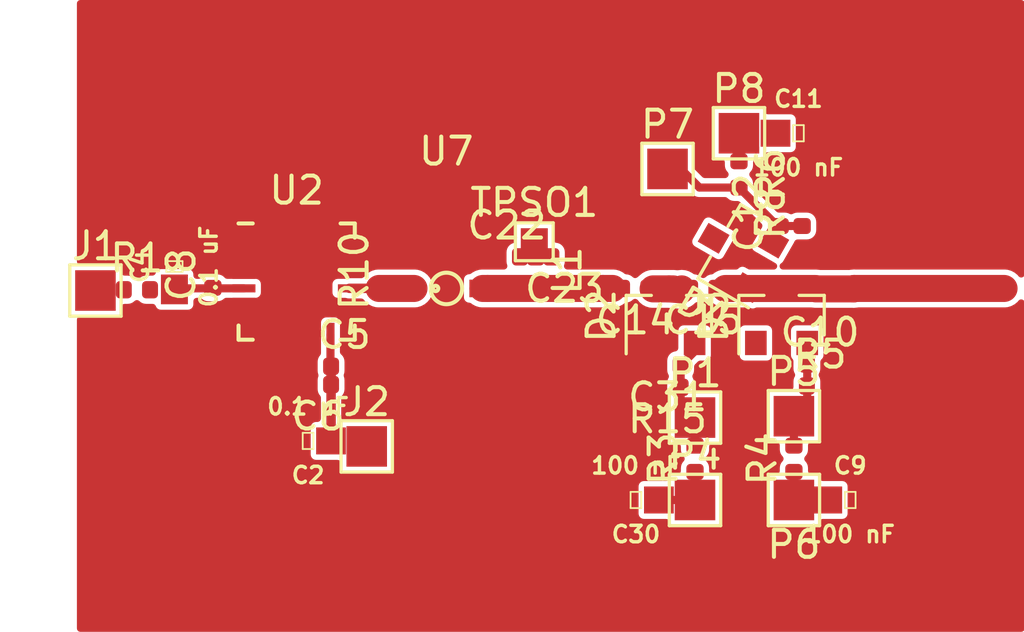
<source format=kicad_pcb>
(kicad_pcb (version 20171130) (host pcbnew 5.1.5+dfsg1-2~bpo9+1)

  (general
    (thickness 1.6)
    (drawings 0)
    (tracks 45)
    (zones 0)
    (modules 38)
    (nets 18)
  )

  (page A4)
  (layers
    (0 F.Cu signal)
    (31 B.Cu signal)
    (32 B.Adhes user)
    (33 F.Adhes user)
    (34 B.Paste user)
    (35 F.Paste user)
    (36 B.SilkS user)
    (37 F.SilkS user)
    (38 B.Mask user)
    (39 F.Mask user)
    (40 Dwgs.User user)
    (41 Cmts.User user)
    (42 Eco1.User user)
    (43 Eco2.User user)
    (44 Edge.Cuts user)
    (45 Margin user)
    (46 B.CrtYd user)
    (47 F.CrtYd user)
    (48 B.Fab user)
    (49 F.Fab user)
  )

  (setup
    (last_trace_width 0.3)
    (user_trace_width 0.3)
    (user_trace_width 0.35)
    (user_trace_width 1)
    (trace_clearance 0.2)
    (zone_clearance 0.2)
    (zone_45_only no)
    (trace_min 0.2)
    (via_size 0.8)
    (via_drill 0.4)
    (via_min_size 0.4)
    (via_min_drill 0.3)
    (uvia_size 0.3)
    (uvia_drill 0.1)
    (uvias_allowed no)
    (uvia_min_size 0.2)
    (uvia_min_drill 0.1)
    (edge_width 0.05)
    (segment_width 0.2)
    (pcb_text_width 0.3)
    (pcb_text_size 1.5 1.5)
    (mod_edge_width 0.12)
    (mod_text_size 1 1)
    (mod_text_width 0.15)
    (pad_size 0.85 0.3)
    (pad_drill 0)
    (pad_to_mask_clearance 0.051)
    (solder_mask_min_width 0.25)
    (aux_axis_origin 0 0)
    (visible_elements FFFFFF7F)
    (pcbplotparams
      (layerselection 0x010fc_ffffffff)
      (usegerberextensions false)
      (usegerberattributes false)
      (usegerberadvancedattributes false)
      (creategerberjobfile false)
      (excludeedgelayer true)
      (linewidth 0.150000)
      (plotframeref false)
      (viasonmask false)
      (mode 1)
      (useauxorigin false)
      (hpglpennumber 1)
      (hpglpenspeed 20)
      (hpglpendiameter 15.000000)
      (psnegative false)
      (psa4output false)
      (plotreference true)
      (plotvalue true)
      (plotinvisibletext false)
      (padsonsilk false)
      (subtractmaskfromsilk false)
      (outputformat 1)
      (mirror false)
      (drillshape 1)
      (scaleselection 1)
      (outputdirectory ""))
  )

  (net 0 "")
  (net 1 GND)
  (net 2 5V)
  (net 3 "Net-(C4-Pad1)")
  (net 4 nsource)
  (net 5 "Net-(J1-Pad1)")
  (net 6 "Net-(C9-Pad1)")
  (net 7 "Net-(C30-Pad1)")
  (net 8 "Net-(C31-Pad1)")
  (net 9 "Net-(C10-Pad1)")
  (net 10 "Net-(C11-Pad1)")
  (net 11 "Net-(C12-Pad1)")
  (net 12 "Net-(D3-Pad1)")
  (net 13 "Net-(D4-Pad3)")
  (net 14 "Net-(C14-Pad2)")
  (net 15 "Net-(C14-Pad1)")
  (net 16 "Net-(C15-Pad1)")
  (net 17 "Net-(R10-Pad1)")

  (net_class Default "This is the default net class."
    (clearance 0.2)
    (trace_width 0.25)
    (via_dia 0.8)
    (via_drill 0.4)
    (uvia_dia 0.3)
    (uvia_drill 0.1)
    (add_net 5V)
    (add_net GND)
    (add_net "Net-(C10-Pad1)")
    (add_net "Net-(C11-Pad1)")
    (add_net "Net-(C12-Pad1)")
    (add_net "Net-(C14-Pad1)")
    (add_net "Net-(C14-Pad2)")
    (add_net "Net-(C15-Pad1)")
    (add_net "Net-(C30-Pad1)")
    (add_net "Net-(C31-Pad1)")
    (add_net "Net-(C4-Pad1)")
    (add_net "Net-(C9-Pad1)")
    (add_net "Net-(D3-Pad1)")
    (add_net "Net-(D4-Pad3)")
    (add_net "Net-(J1-Pad1)")
    (add_net "Net-(R10-Pad1)")
    (add_net nsource)
  )

  (module Capacitors:0603 (layer F.Cu) (tedit 596180EF) (tstamp 5F357BCB)
    (at 35.4076 28.6512 180)
    (descr "GENERIC 1608 (0603) PACKAGE")
    (tags "GENERIC 1608 (0603) PACKAGE")
    (path /5F45327B)
    (attr smd)
    (fp_text reference C30 (at 0 -1.27) (layer F.SilkS)
      (effects (font (size 0.6096 0.6096) (thickness 0.127)))
    )
    (fp_text value "100 nF" (at 0 1.27) (layer F.SilkS)
      (effects (font (size 0.6096 0.6096) (thickness 0.127)))
    )
    (fp_line (start -0.3556 0.41656) (end 0.3556 0.41656) (layer Dwgs.User) (width 0.1016))
    (fp_line (start -0.3556 -0.4318) (end 0.3556 -0.4318) (layer Dwgs.User) (width 0.1016))
    (fp_line (start -1.59766 0.6985) (end -1.59766 -0.6985) (layer F.CrtYd) (width 0.0508))
    (fp_line (start 1.59766 0.6985) (end -1.59766 0.6985) (layer F.CrtYd) (width 0.0508))
    (fp_line (start 1.59766 -0.6985) (end 1.59766 0.6985) (layer F.CrtYd) (width 0.0508))
    (fp_line (start -1.59766 -0.6985) (end 1.59766 -0.6985) (layer F.CrtYd) (width 0.0508))
    (fp_line (start -0.19812 0.29972) (end -0.19812 -0.29972) (layer F.SilkS) (width 0.06604))
    (fp_line (start -0.19812 -0.29972) (end 0.19812 -0.29972) (layer F.SilkS) (width 0.06604))
    (fp_line (start 0.19812 0.29972) (end 0.19812 -0.29972) (layer F.SilkS) (width 0.06604))
    (fp_line (start -0.19812 0.29972) (end 0.19812 0.29972) (layer F.SilkS) (width 0.06604))
    (fp_line (start 0.3302 0.4699) (end 0.3302 -0.48006) (layer Dwgs.User) (width 0.06604))
    (fp_line (start 0.3302 -0.48006) (end 0.82804 -0.48006) (layer Dwgs.User) (width 0.06604))
    (fp_line (start 0.82804 0.4699) (end 0.82804 -0.48006) (layer Dwgs.User) (width 0.06604))
    (fp_line (start 0.3302 0.4699) (end 0.82804 0.4699) (layer Dwgs.User) (width 0.06604))
    (fp_line (start -0.8382 0.4699) (end -0.8382 -0.48006) (layer Dwgs.User) (width 0.06604))
    (fp_line (start -0.8382 -0.48006) (end -0.33782 -0.48006) (layer Dwgs.User) (width 0.06604))
    (fp_line (start -0.33782 0.4699) (end -0.33782 -0.48006) (layer Dwgs.User) (width 0.06604))
    (fp_line (start -0.8382 0.4699) (end -0.33782 0.4699) (layer Dwgs.User) (width 0.06604))
    (pad 2 smd rect (at 0.84836 0 180) (size 1.09982 0.99822) (layers F.Cu F.Paste F.Mask)
      (net 1 GND) (solder_mask_margin 0.1016))
    (pad 1 smd rect (at -0.84836 0 180) (size 1.09982 0.99822) (layers F.Cu F.Paste F.Mask)
      (net 7 "Net-(C30-Pad1)") (solder_mask_margin 0.1016))
  )

  (module Capacitors:0603 (layer F.Cu) (tedit 596180EF) (tstamp 5F3710B9)
    (at 41.41724 15.0876)
    (descr "GENERIC 1608 (0603) PACKAGE")
    (tags "GENERIC 1608 (0603) PACKAGE")
    (path /5F6F3AC8)
    (attr smd)
    (fp_text reference C11 (at 0 -1.27) (layer F.SilkS)
      (effects (font (size 0.6096 0.6096) (thickness 0.127)))
    )
    (fp_text value "100 nF" (at 0 1.27) (layer F.SilkS)
      (effects (font (size 0.6096 0.6096) (thickness 0.127)))
    )
    (fp_line (start -0.3556 0.41656) (end 0.3556 0.41656) (layer Dwgs.User) (width 0.1016))
    (fp_line (start -0.3556 -0.4318) (end 0.3556 -0.4318) (layer Dwgs.User) (width 0.1016))
    (fp_line (start -1.59766 0.6985) (end -1.59766 -0.6985) (layer F.CrtYd) (width 0.0508))
    (fp_line (start 1.59766 0.6985) (end -1.59766 0.6985) (layer F.CrtYd) (width 0.0508))
    (fp_line (start 1.59766 -0.6985) (end 1.59766 0.6985) (layer F.CrtYd) (width 0.0508))
    (fp_line (start -1.59766 -0.6985) (end 1.59766 -0.6985) (layer F.CrtYd) (width 0.0508))
    (fp_line (start -0.19812 0.29972) (end -0.19812 -0.29972) (layer F.SilkS) (width 0.06604))
    (fp_line (start -0.19812 -0.29972) (end 0.19812 -0.29972) (layer F.SilkS) (width 0.06604))
    (fp_line (start 0.19812 0.29972) (end 0.19812 -0.29972) (layer F.SilkS) (width 0.06604))
    (fp_line (start -0.19812 0.29972) (end 0.19812 0.29972) (layer F.SilkS) (width 0.06604))
    (fp_line (start 0.3302 0.4699) (end 0.3302 -0.48006) (layer Dwgs.User) (width 0.06604))
    (fp_line (start 0.3302 -0.48006) (end 0.82804 -0.48006) (layer Dwgs.User) (width 0.06604))
    (fp_line (start 0.82804 0.4699) (end 0.82804 -0.48006) (layer Dwgs.User) (width 0.06604))
    (fp_line (start 0.3302 0.4699) (end 0.82804 0.4699) (layer Dwgs.User) (width 0.06604))
    (fp_line (start -0.8382 0.4699) (end -0.8382 -0.48006) (layer Dwgs.User) (width 0.06604))
    (fp_line (start -0.8382 -0.48006) (end -0.33782 -0.48006) (layer Dwgs.User) (width 0.06604))
    (fp_line (start -0.33782 0.4699) (end -0.33782 -0.48006) (layer Dwgs.User) (width 0.06604))
    (fp_line (start -0.8382 0.4699) (end -0.33782 0.4699) (layer Dwgs.User) (width 0.06604))
    (pad 2 smd rect (at 0.84836 0) (size 1.09982 0.99822) (layers F.Cu F.Paste F.Mask)
      (net 1 GND) (solder_mask_margin 0.1016))
    (pad 1 smd rect (at -0.84836 0) (size 1.09982 0.99822) (layers F.Cu F.Paste F.Mask)
      (net 10 "Net-(C11-Pad1)") (solder_mask_margin 0.1016))
  )

  (module Capacitors:0603 (layer F.Cu) (tedit 596180EF) (tstamp 5F371092)
    (at 43.3324 28.6512)
    (descr "GENERIC 1608 (0603) PACKAGE")
    (tags "GENERIC 1608 (0603) PACKAGE")
    (path /5F6EE09B)
    (attr smd)
    (fp_text reference C9 (at 0 -1.27) (layer F.SilkS)
      (effects (font (size 0.6096 0.6096) (thickness 0.127)))
    )
    (fp_text value "100 nF" (at 0 1.27) (layer F.SilkS)
      (effects (font (size 0.6096 0.6096) (thickness 0.127)))
    )
    (fp_line (start -0.3556 0.41656) (end 0.3556 0.41656) (layer Dwgs.User) (width 0.1016))
    (fp_line (start -0.3556 -0.4318) (end 0.3556 -0.4318) (layer Dwgs.User) (width 0.1016))
    (fp_line (start -1.59766 0.6985) (end -1.59766 -0.6985) (layer F.CrtYd) (width 0.0508))
    (fp_line (start 1.59766 0.6985) (end -1.59766 0.6985) (layer F.CrtYd) (width 0.0508))
    (fp_line (start 1.59766 -0.6985) (end 1.59766 0.6985) (layer F.CrtYd) (width 0.0508))
    (fp_line (start -1.59766 -0.6985) (end 1.59766 -0.6985) (layer F.CrtYd) (width 0.0508))
    (fp_line (start -0.19812 0.29972) (end -0.19812 -0.29972) (layer F.SilkS) (width 0.06604))
    (fp_line (start -0.19812 -0.29972) (end 0.19812 -0.29972) (layer F.SilkS) (width 0.06604))
    (fp_line (start 0.19812 0.29972) (end 0.19812 -0.29972) (layer F.SilkS) (width 0.06604))
    (fp_line (start -0.19812 0.29972) (end 0.19812 0.29972) (layer F.SilkS) (width 0.06604))
    (fp_line (start 0.3302 0.4699) (end 0.3302 -0.48006) (layer Dwgs.User) (width 0.06604))
    (fp_line (start 0.3302 -0.48006) (end 0.82804 -0.48006) (layer Dwgs.User) (width 0.06604))
    (fp_line (start 0.82804 0.4699) (end 0.82804 -0.48006) (layer Dwgs.User) (width 0.06604))
    (fp_line (start 0.3302 0.4699) (end 0.82804 0.4699) (layer Dwgs.User) (width 0.06604))
    (fp_line (start -0.8382 0.4699) (end -0.8382 -0.48006) (layer Dwgs.User) (width 0.06604))
    (fp_line (start -0.8382 -0.48006) (end -0.33782 -0.48006) (layer Dwgs.User) (width 0.06604))
    (fp_line (start -0.33782 0.4699) (end -0.33782 -0.48006) (layer Dwgs.User) (width 0.06604))
    (fp_line (start -0.8382 0.4699) (end -0.33782 0.4699) (layer Dwgs.User) (width 0.06604))
    (pad 2 smd rect (at 0.84836 0) (size 1.09982 0.99822) (layers F.Cu F.Paste F.Mask)
      (net 1 GND) (solder_mask_margin 0.1016))
    (pad 1 smd rect (at -0.84836 0) (size 1.09982 0.99822) (layers F.Cu F.Paste F.Mask)
      (net 6 "Net-(C9-Pad1)") (solder_mask_margin 0.1016))
  )

  (module Capacitors:0603 (layer F.Cu) (tedit 596180EF) (tstamp 5F34BB11)
    (at 18.3388 20.0152 90)
    (descr "GENERIC 1608 (0603) PACKAGE")
    (tags "GENERIC 1608 (0603) PACKAGE")
    (path /5F80A53E)
    (attr smd)
    (fp_text reference C4 (at 0 -1.27 90) (layer F.SilkS)
      (effects (font (size 0.6096 0.6096) (thickness 0.127)))
    )
    (fp_text value "0.1 uF" (at 0 1.27 90) (layer F.SilkS)
      (effects (font (size 0.6096 0.6096) (thickness 0.127)))
    )
    (fp_line (start -0.3556 0.41656) (end 0.3556 0.41656) (layer Dwgs.User) (width 0.1016))
    (fp_line (start -0.3556 -0.4318) (end 0.3556 -0.4318) (layer Dwgs.User) (width 0.1016))
    (fp_line (start -1.59766 0.6985) (end -1.59766 -0.6985) (layer F.CrtYd) (width 0.0508))
    (fp_line (start 1.59766 0.6985) (end -1.59766 0.6985) (layer F.CrtYd) (width 0.0508))
    (fp_line (start 1.59766 -0.6985) (end 1.59766 0.6985) (layer F.CrtYd) (width 0.0508))
    (fp_line (start -1.59766 -0.6985) (end 1.59766 -0.6985) (layer F.CrtYd) (width 0.0508))
    (fp_line (start -0.19812 0.29972) (end -0.19812 -0.29972) (layer F.SilkS) (width 0.06604))
    (fp_line (start -0.19812 -0.29972) (end 0.19812 -0.29972) (layer F.SilkS) (width 0.06604))
    (fp_line (start 0.19812 0.29972) (end 0.19812 -0.29972) (layer F.SilkS) (width 0.06604))
    (fp_line (start -0.19812 0.29972) (end 0.19812 0.29972) (layer F.SilkS) (width 0.06604))
    (fp_line (start 0.3302 0.4699) (end 0.3302 -0.48006) (layer Dwgs.User) (width 0.06604))
    (fp_line (start 0.3302 -0.48006) (end 0.82804 -0.48006) (layer Dwgs.User) (width 0.06604))
    (fp_line (start 0.82804 0.4699) (end 0.82804 -0.48006) (layer Dwgs.User) (width 0.06604))
    (fp_line (start 0.3302 0.4699) (end 0.82804 0.4699) (layer Dwgs.User) (width 0.06604))
    (fp_line (start -0.8382 0.4699) (end -0.8382 -0.48006) (layer Dwgs.User) (width 0.06604))
    (fp_line (start -0.8382 -0.48006) (end -0.33782 -0.48006) (layer Dwgs.User) (width 0.06604))
    (fp_line (start -0.33782 0.4699) (end -0.33782 -0.48006) (layer Dwgs.User) (width 0.06604))
    (fp_line (start -0.8382 0.4699) (end -0.33782 0.4699) (layer Dwgs.User) (width 0.06604))
    (pad 2 smd rect (at 0.84836 0 90) (size 1.09982 0.99822) (layers F.Cu F.Paste F.Mask)
      (net 1 GND) (solder_mask_margin 0.1016))
    (pad 1 smd rect (at -0.84836 0 90) (size 1.09982 0.99822) (layers F.Cu F.Paste F.Mask)
      (net 3 "Net-(C4-Pad1)") (solder_mask_margin 0.1016))
  )

  (module Capacitors:0603 (layer F.Cu) (tedit 596180EF) (tstamp 5F34BAE1)
    (at 23.28164 26.4668 180)
    (descr "GENERIC 1608 (0603) PACKAGE")
    (tags "GENERIC 1608 (0603) PACKAGE")
    (path /5F7B2CEB)
    (attr smd)
    (fp_text reference C2 (at 0 -1.27) (layer F.SilkS)
      (effects (font (size 0.6096 0.6096) (thickness 0.127)))
    )
    (fp_text value "0.1 uF" (at 0 1.27) (layer F.SilkS)
      (effects (font (size 0.6096 0.6096) (thickness 0.127)))
    )
    (fp_line (start -0.3556 0.41656) (end 0.3556 0.41656) (layer Dwgs.User) (width 0.1016))
    (fp_line (start -0.3556 -0.4318) (end 0.3556 -0.4318) (layer Dwgs.User) (width 0.1016))
    (fp_line (start -1.59766 0.6985) (end -1.59766 -0.6985) (layer F.CrtYd) (width 0.0508))
    (fp_line (start 1.59766 0.6985) (end -1.59766 0.6985) (layer F.CrtYd) (width 0.0508))
    (fp_line (start 1.59766 -0.6985) (end 1.59766 0.6985) (layer F.CrtYd) (width 0.0508))
    (fp_line (start -1.59766 -0.6985) (end 1.59766 -0.6985) (layer F.CrtYd) (width 0.0508))
    (fp_line (start -0.19812 0.29972) (end -0.19812 -0.29972) (layer F.SilkS) (width 0.06604))
    (fp_line (start -0.19812 -0.29972) (end 0.19812 -0.29972) (layer F.SilkS) (width 0.06604))
    (fp_line (start 0.19812 0.29972) (end 0.19812 -0.29972) (layer F.SilkS) (width 0.06604))
    (fp_line (start -0.19812 0.29972) (end 0.19812 0.29972) (layer F.SilkS) (width 0.06604))
    (fp_line (start 0.3302 0.4699) (end 0.3302 -0.48006) (layer Dwgs.User) (width 0.06604))
    (fp_line (start 0.3302 -0.48006) (end 0.82804 -0.48006) (layer Dwgs.User) (width 0.06604))
    (fp_line (start 0.82804 0.4699) (end 0.82804 -0.48006) (layer Dwgs.User) (width 0.06604))
    (fp_line (start 0.3302 0.4699) (end 0.82804 0.4699) (layer Dwgs.User) (width 0.06604))
    (fp_line (start -0.8382 0.4699) (end -0.8382 -0.48006) (layer Dwgs.User) (width 0.06604))
    (fp_line (start -0.8382 -0.48006) (end -0.33782 -0.48006) (layer Dwgs.User) (width 0.06604))
    (fp_line (start -0.33782 0.4699) (end -0.33782 -0.48006) (layer Dwgs.User) (width 0.06604))
    (fp_line (start -0.8382 0.4699) (end -0.33782 0.4699) (layer Dwgs.User) (width 0.06604))
    (pad 2 smd rect (at 0.84836 0 180) (size 1.09982 0.99822) (layers F.Cu F.Paste F.Mask)
      (net 1 GND) (solder_mask_margin 0.1016))
    (pad 1 smd rect (at -0.84836 0 180) (size 1.09982 0.99822) (layers F.Cu F.Paste F.Mask)
      (net 2 5V) (solder_mask_margin 0.1016))
  )

  (module Resistor_SMD:R_0402_1005Metric (layer F.Cu) (tedit 5B301BBD) (tstamp 5F3728AF)
    (at 37.8968 20.828 180)
    (descr "Resistor SMD 0402 (1005 Metric), square (rectangular) end terminal, IPC_7351 nominal, (Body size source: http://www.tortai-tech.com/upload/download/2011102023233369053.pdf), generated with kicad-footprint-generator")
    (tags resistor)
    (path /5F7029B7)
    (attr smd)
    (fp_text reference C15 (at 0 -1.17) (layer F.SilkS)
      (effects (font (size 1 1) (thickness 0.15)))
    )
    (fp_text value "1 nF" (at 0 1.17) (layer F.Fab)
      (effects (font (size 1 1) (thickness 0.15)))
    )
    (fp_text user %R (at 0 0) (layer F.Fab)
      (effects (font (size 0.25 0.25) (thickness 0.04)))
    )
    (fp_line (start 0.93 0.47) (end -0.93 0.47) (layer F.CrtYd) (width 0.05))
    (fp_line (start 0.93 -0.47) (end 0.93 0.47) (layer F.CrtYd) (width 0.05))
    (fp_line (start -0.93 -0.47) (end 0.93 -0.47) (layer F.CrtYd) (width 0.05))
    (fp_line (start -0.93 0.47) (end -0.93 -0.47) (layer F.CrtYd) (width 0.05))
    (fp_line (start 0.5 0.25) (end -0.5 0.25) (layer F.Fab) (width 0.1))
    (fp_line (start 0.5 -0.25) (end 0.5 0.25) (layer F.Fab) (width 0.1))
    (fp_line (start -0.5 -0.25) (end 0.5 -0.25) (layer F.Fab) (width 0.1))
    (fp_line (start -0.5 0.25) (end -0.5 -0.25) (layer F.Fab) (width 0.1))
    (pad 2 smd roundrect (at 0.485 0 180) (size 0.59 0.64) (layers F.Cu F.Paste F.Mask) (roundrect_rratio 0.25)
      (net 15 "Net-(C14-Pad1)"))
    (pad 1 smd roundrect (at -0.485 0 180) (size 0.59 0.64) (layers F.Cu F.Paste F.Mask) (roundrect_rratio 0.25)
      (net 16 "Net-(C15-Pad1)"))
    (model ${KISYS3DMOD}/Resistor_SMD.3dshapes/R_0402_1005Metric.wrl
      (at (xyz 0 0 0))
      (scale (xyz 1 1 1))
      (rotate (xyz 0 0 0))
    )
  )

  (module Resistor_SMD:R_0402_1005Metric (layer F.Cu) (tedit 5B301BBD) (tstamp 5F3728A0)
    (at 35.3798 20.828 180)
    (descr "Resistor SMD 0402 (1005 Metric), square (rectangular) end terminal, IPC_7351 nominal, (Body size source: http://www.tortai-tech.com/upload/download/2011102023233369053.pdf), generated with kicad-footprint-generator")
    (tags resistor)
    (path /5F70201C)
    (attr smd)
    (fp_text reference C14 (at 0 -1.17) (layer F.SilkS)
      (effects (font (size 1 1) (thickness 0.15)))
    )
    (fp_text value "1 nF" (at 0 1.17) (layer F.Fab)
      (effects (font (size 1 1) (thickness 0.15)))
    )
    (fp_text user %R (at 0 0) (layer F.Fab)
      (effects (font (size 0.25 0.25) (thickness 0.04)))
    )
    (fp_line (start 0.93 0.47) (end -0.93 0.47) (layer F.CrtYd) (width 0.05))
    (fp_line (start 0.93 -0.47) (end 0.93 0.47) (layer F.CrtYd) (width 0.05))
    (fp_line (start -0.93 -0.47) (end 0.93 -0.47) (layer F.CrtYd) (width 0.05))
    (fp_line (start -0.93 0.47) (end -0.93 -0.47) (layer F.CrtYd) (width 0.05))
    (fp_line (start 0.5 0.25) (end -0.5 0.25) (layer F.Fab) (width 0.1))
    (fp_line (start 0.5 -0.25) (end 0.5 0.25) (layer F.Fab) (width 0.1))
    (fp_line (start -0.5 -0.25) (end 0.5 -0.25) (layer F.Fab) (width 0.1))
    (fp_line (start -0.5 0.25) (end -0.5 -0.25) (layer F.Fab) (width 0.1))
    (pad 2 smd roundrect (at 0.485 0 180) (size 0.59 0.64) (layers F.Cu F.Paste F.Mask) (roundrect_rratio 0.25)
      (net 14 "Net-(C14-Pad2)"))
    (pad 1 smd roundrect (at -0.485 0 180) (size 0.59 0.64) (layers F.Cu F.Paste F.Mask) (roundrect_rratio 0.25)
      (net 15 "Net-(C14-Pad1)"))
    (model ${KISYS3DMOD}/Resistor_SMD.3dshapes/R_0402_1005Metric.wrl
      (at (xyz 0 0 0))
      (scale (xyz 1 1 1))
      (rotate (xyz 0 0 0))
    )
  )

  (module Resistor_SMD:R_0402_1005Metric (layer F.Cu) (tedit 5B301BBD) (tstamp 5F3713C0)
    (at 41.5544 18.034 90)
    (descr "Resistor SMD 0402 (1005 Metric), square (rectangular) end terminal, IPC_7351 nominal, (Body size source: http://www.tortai-tech.com/upload/download/2011102023233369053.pdf), generated with kicad-footprint-generator")
    (tags resistor)
    (path /5F6F3AB0)
    (attr smd)
    (fp_text reference R8 (at 0 -1.17 90) (layer F.SilkS)
      (effects (font (size 1 1) (thickness 0.15)))
    )
    (fp_text value 10k (at 0 1.17 90) (layer F.Fab)
      (effects (font (size 1 1) (thickness 0.15)))
    )
    (fp_text user %R (at 0 0 90) (layer F.Fab)
      (effects (font (size 0.25 0.25) (thickness 0.04)))
    )
    (fp_line (start 0.93 0.47) (end -0.93 0.47) (layer F.CrtYd) (width 0.05))
    (fp_line (start 0.93 -0.47) (end 0.93 0.47) (layer F.CrtYd) (width 0.05))
    (fp_line (start -0.93 -0.47) (end 0.93 -0.47) (layer F.CrtYd) (width 0.05))
    (fp_line (start -0.93 0.47) (end -0.93 -0.47) (layer F.CrtYd) (width 0.05))
    (fp_line (start 0.5 0.25) (end -0.5 0.25) (layer F.Fab) (width 0.1))
    (fp_line (start 0.5 -0.25) (end 0.5 0.25) (layer F.Fab) (width 0.1))
    (fp_line (start -0.5 -0.25) (end 0.5 -0.25) (layer F.Fab) (width 0.1))
    (fp_line (start -0.5 0.25) (end -0.5 -0.25) (layer F.Fab) (width 0.1))
    (pad 2 smd roundrect (at 0.485 0 90) (size 0.59 0.64) (layers F.Cu F.Paste F.Mask) (roundrect_rratio 0.25)
      (net 1 GND))
    (pad 1 smd roundrect (at -0.485 0 90) (size 0.59 0.64) (layers F.Cu F.Paste F.Mask) (roundrect_rratio 0.25)
      (net 11 "Net-(C12-Pad1)"))
    (model ${KISYS3DMOD}/Resistor_SMD.3dshapes/R_0402_1005Metric.wrl
      (at (xyz 0 0 0))
      (scale (xyz 1 1 1))
      (rotate (xyz 0 0 0))
    )
  )

  (module Resistor_SMD:R_0402_1005Metric (layer F.Cu) (tedit 5B301BBD) (tstamp 5F37139A)
    (at 39.2176 16.6116 270)
    (descr "Resistor SMD 0402 (1005 Metric), square (rectangular) end terminal, IPC_7351 nominal, (Body size source: http://www.tortai-tech.com/upload/download/2011102023233369053.pdf), generated with kicad-footprint-generator")
    (tags resistor)
    (path /5F6F3AD8)
    (attr smd)
    (fp_text reference R6 (at 0 -1.17 90) (layer F.SilkS)
      (effects (font (size 1 1) (thickness 0.15)))
    )
    (fp_text value 10k (at 0 1.17 90) (layer F.Fab)
      (effects (font (size 1 1) (thickness 0.15)))
    )
    (fp_text user %R (at 0 0 90) (layer F.Fab)
      (effects (font (size 0.25 0.25) (thickness 0.04)))
    )
    (fp_line (start 0.93 0.47) (end -0.93 0.47) (layer F.CrtYd) (width 0.05))
    (fp_line (start 0.93 -0.47) (end 0.93 0.47) (layer F.CrtYd) (width 0.05))
    (fp_line (start -0.93 -0.47) (end 0.93 -0.47) (layer F.CrtYd) (width 0.05))
    (fp_line (start -0.93 0.47) (end -0.93 -0.47) (layer F.CrtYd) (width 0.05))
    (fp_line (start 0.5 0.25) (end -0.5 0.25) (layer F.Fab) (width 0.1))
    (fp_line (start 0.5 -0.25) (end 0.5 0.25) (layer F.Fab) (width 0.1))
    (fp_line (start -0.5 -0.25) (end 0.5 -0.25) (layer F.Fab) (width 0.1))
    (fp_line (start -0.5 0.25) (end -0.5 -0.25) (layer F.Fab) (width 0.1))
    (pad 2 smd roundrect (at 0.485 0 270) (size 0.59 0.64) (layers F.Cu F.Paste F.Mask) (roundrect_rratio 0.25)
      (net 11 "Net-(C12-Pad1)"))
    (pad 1 smd roundrect (at -0.485 0 270) (size 0.59 0.64) (layers F.Cu F.Paste F.Mask) (roundrect_rratio 0.25)
      (net 10 "Net-(C11-Pad1)"))
    (model ${KISYS3DMOD}/Resistor_SMD.3dshapes/R_0402_1005Metric.wrl
      (at (xyz 0 0 0))
      (scale (xyz 1 1 1))
      (rotate (xyz 0 0 0))
    )
  )

  (module Resistor_SMD:R_0402_1005Metric (layer F.Cu) (tedit 5B301BBD) (tstamp 5F37138B)
    (at 42.2148 24.4348)
    (descr "Resistor SMD 0402 (1005 Metric), square (rectangular) end terminal, IPC_7351 nominal, (Body size source: http://www.tortai-tech.com/upload/download/2011102023233369053.pdf), generated with kicad-footprint-generator")
    (tags resistor)
    (path /5F6EE083)
    (attr smd)
    (fp_text reference R5 (at 0 -1.17) (layer F.SilkS)
      (effects (font (size 1 1) (thickness 0.15)))
    )
    (fp_text value 10k (at 0 1.17) (layer F.Fab)
      (effects (font (size 1 1) (thickness 0.15)))
    )
    (fp_text user %R (at 0 0) (layer F.Fab)
      (effects (font (size 0.25 0.25) (thickness 0.04)))
    )
    (fp_line (start 0.93 0.47) (end -0.93 0.47) (layer F.CrtYd) (width 0.05))
    (fp_line (start 0.93 -0.47) (end 0.93 0.47) (layer F.CrtYd) (width 0.05))
    (fp_line (start -0.93 -0.47) (end 0.93 -0.47) (layer F.CrtYd) (width 0.05))
    (fp_line (start -0.93 0.47) (end -0.93 -0.47) (layer F.CrtYd) (width 0.05))
    (fp_line (start 0.5 0.25) (end -0.5 0.25) (layer F.Fab) (width 0.1))
    (fp_line (start 0.5 -0.25) (end 0.5 0.25) (layer F.Fab) (width 0.1))
    (fp_line (start -0.5 -0.25) (end 0.5 -0.25) (layer F.Fab) (width 0.1))
    (fp_line (start -0.5 0.25) (end -0.5 -0.25) (layer F.Fab) (width 0.1))
    (pad 2 smd roundrect (at 0.485 0) (size 0.59 0.64) (layers F.Cu F.Paste F.Mask) (roundrect_rratio 0.25)
      (net 1 GND))
    (pad 1 smd roundrect (at -0.485 0) (size 0.59 0.64) (layers F.Cu F.Paste F.Mask) (roundrect_rratio 0.25)
      (net 9 "Net-(C10-Pad1)"))
    (model ${KISYS3DMOD}/Resistor_SMD.3dshapes/R_0402_1005Metric.wrl
      (at (xyz 0 0 0))
      (scale (xyz 1 1 1))
      (rotate (xyz 0 0 0))
    )
  )

  (module Resistor_SMD:R_0402_1005Metric (layer F.Cu) (tedit 5B301BBD) (tstamp 5F37137C)
    (at 41.2496 27.1272 90)
    (descr "Resistor SMD 0402 (1005 Metric), square (rectangular) end terminal, IPC_7351 nominal, (Body size source: http://www.tortai-tech.com/upload/download/2011102023233369053.pdf), generated with kicad-footprint-generator")
    (tags resistor)
    (path /5F6EE0B1)
    (attr smd)
    (fp_text reference R4 (at 0 -1.17 90) (layer F.SilkS)
      (effects (font (size 1 1) (thickness 0.15)))
    )
    (fp_text value 10k (at 0 1.17 90) (layer F.Fab)
      (effects (font (size 1 1) (thickness 0.15)))
    )
    (fp_text user %R (at 0 0 90) (layer F.Fab)
      (effects (font (size 0.25 0.25) (thickness 0.04)))
    )
    (fp_line (start 0.93 0.47) (end -0.93 0.47) (layer F.CrtYd) (width 0.05))
    (fp_line (start 0.93 -0.47) (end 0.93 0.47) (layer F.CrtYd) (width 0.05))
    (fp_line (start -0.93 -0.47) (end 0.93 -0.47) (layer F.CrtYd) (width 0.05))
    (fp_line (start -0.93 0.47) (end -0.93 -0.47) (layer F.CrtYd) (width 0.05))
    (fp_line (start 0.5 0.25) (end -0.5 0.25) (layer F.Fab) (width 0.1))
    (fp_line (start 0.5 -0.25) (end 0.5 0.25) (layer F.Fab) (width 0.1))
    (fp_line (start -0.5 -0.25) (end 0.5 -0.25) (layer F.Fab) (width 0.1))
    (fp_line (start -0.5 0.25) (end -0.5 -0.25) (layer F.Fab) (width 0.1))
    (pad 2 smd roundrect (at 0.485 0 90) (size 0.59 0.64) (layers F.Cu F.Paste F.Mask) (roundrect_rratio 0.25)
      (net 9 "Net-(C10-Pad1)"))
    (pad 1 smd roundrect (at -0.485 0 90) (size 0.59 0.64) (layers F.Cu F.Paste F.Mask) (roundrect_rratio 0.25)
      (net 6 "Net-(C9-Pad1)"))
    (model ${KISYS3DMOD}/Resistor_SMD.3dshapes/R_0402_1005Metric.wrl
      (at (xyz 0 0 0))
      (scale (xyz 1 1 1))
      (rotate (xyz 0 0 0))
    )
  )

  (module TestPoint:TestPoint_Pad_1.5x1.5mm (layer F.Cu) (tedit 5A0F774F) (tstamp 5F371315)
    (at 39.2176 15.0876)
    (descr "SMD rectangular pad as test Point, square 1.5mm side length")
    (tags "test point SMD pad rectangle square")
    (path /5F6F3AB9)
    (attr virtual)
    (fp_text reference P8 (at 0 -1.648) (layer F.SilkS)
      (effects (font (size 1 1) (thickness 0.15)))
    )
    (fp_text value a (at 0 1.75) (layer F.Fab)
      (effects (font (size 1 1) (thickness 0.15)))
    )
    (fp_line (start 1.25 1.25) (end -1.25 1.25) (layer F.CrtYd) (width 0.05))
    (fp_line (start 1.25 1.25) (end 1.25 -1.25) (layer F.CrtYd) (width 0.05))
    (fp_line (start -1.25 -1.25) (end -1.25 1.25) (layer F.CrtYd) (width 0.05))
    (fp_line (start -1.25 -1.25) (end 1.25 -1.25) (layer F.CrtYd) (width 0.05))
    (fp_line (start -0.95 0.95) (end -0.95 -0.95) (layer F.SilkS) (width 0.12))
    (fp_line (start 0.95 0.95) (end -0.95 0.95) (layer F.SilkS) (width 0.12))
    (fp_line (start 0.95 -0.95) (end 0.95 0.95) (layer F.SilkS) (width 0.12))
    (fp_line (start -0.95 -0.95) (end 0.95 -0.95) (layer F.SilkS) (width 0.12))
    (fp_text user %R (at 0 -1.65) (layer F.Fab)
      (effects (font (size 1 1) (thickness 0.15)))
    )
    (pad 1 smd rect (at 0 0) (size 1.5 1.5) (layers F.Cu F.Mask)
      (net 10 "Net-(C11-Pad1)"))
  )

  (module TestPoint:TestPoint_Pad_1.5x1.5mm (layer F.Cu) (tedit 5A0F774F) (tstamp 5F371307)
    (at 36.576 16.4084)
    (descr "SMD rectangular pad as test Point, square 1.5mm side length")
    (tags "test point SMD pad rectangle square")
    (path /5F6F3ADE)
    (attr virtual)
    (fp_text reference P7 (at 0 -1.648) (layer F.SilkS)
      (effects (font (size 1 1) (thickness 0.15)))
    )
    (fp_text value a (at 0 1.75) (layer F.Fab)
      (effects (font (size 1 1) (thickness 0.15)))
    )
    (fp_line (start 1.25 1.25) (end -1.25 1.25) (layer F.CrtYd) (width 0.05))
    (fp_line (start 1.25 1.25) (end 1.25 -1.25) (layer F.CrtYd) (width 0.05))
    (fp_line (start -1.25 -1.25) (end -1.25 1.25) (layer F.CrtYd) (width 0.05))
    (fp_line (start -1.25 -1.25) (end 1.25 -1.25) (layer F.CrtYd) (width 0.05))
    (fp_line (start -0.95 0.95) (end -0.95 -0.95) (layer F.SilkS) (width 0.12))
    (fp_line (start 0.95 0.95) (end -0.95 0.95) (layer F.SilkS) (width 0.12))
    (fp_line (start 0.95 -0.95) (end 0.95 0.95) (layer F.SilkS) (width 0.12))
    (fp_line (start -0.95 -0.95) (end 0.95 -0.95) (layer F.SilkS) (width 0.12))
    (fp_text user %R (at 0 -1.65) (layer F.Fab)
      (effects (font (size 1 1) (thickness 0.15)))
    )
    (pad 1 smd rect (at 0 0) (size 1.5 1.5) (layers F.Cu F.Mask)
      (net 11 "Net-(C12-Pad1)"))
  )

  (module TestPoint:TestPoint_Pad_1.5x1.5mm (layer F.Cu) (tedit 5A0F774F) (tstamp 5F3712F9)
    (at 41.2496 28.6512 180)
    (descr "SMD rectangular pad as test Point, square 1.5mm side length")
    (tags "test point SMD pad rectangle square")
    (path /5F6EE08C)
    (attr virtual)
    (fp_text reference P6 (at 0 -1.648) (layer F.SilkS)
      (effects (font (size 1 1) (thickness 0.15)))
    )
    (fp_text value a (at 0 1.75) (layer F.Fab)
      (effects (font (size 1 1) (thickness 0.15)))
    )
    (fp_line (start 1.25 1.25) (end -1.25 1.25) (layer F.CrtYd) (width 0.05))
    (fp_line (start 1.25 1.25) (end 1.25 -1.25) (layer F.CrtYd) (width 0.05))
    (fp_line (start -1.25 -1.25) (end -1.25 1.25) (layer F.CrtYd) (width 0.05))
    (fp_line (start -1.25 -1.25) (end 1.25 -1.25) (layer F.CrtYd) (width 0.05))
    (fp_line (start -0.95 0.95) (end -0.95 -0.95) (layer F.SilkS) (width 0.12))
    (fp_line (start 0.95 0.95) (end -0.95 0.95) (layer F.SilkS) (width 0.12))
    (fp_line (start 0.95 -0.95) (end 0.95 0.95) (layer F.SilkS) (width 0.12))
    (fp_line (start -0.95 -0.95) (end 0.95 -0.95) (layer F.SilkS) (width 0.12))
    (fp_text user %R (at 0 -1.65) (layer F.Fab)
      (effects (font (size 1 1) (thickness 0.15)))
    )
    (pad 1 smd rect (at 0 0 180) (size 1.5 1.5) (layers F.Cu F.Mask)
      (net 6 "Net-(C9-Pad1)"))
  )

  (module TestPoint:TestPoint_Pad_1.5x1.5mm (layer F.Cu) (tedit 5A0F774F) (tstamp 5F3712EB)
    (at 41.2496 25.5524)
    (descr "SMD rectangular pad as test Point, square 1.5mm side length")
    (tags "test point SMD pad rectangle square")
    (path /5F6EE0B7)
    (attr virtual)
    (fp_text reference P5 (at 0 -1.648) (layer F.SilkS)
      (effects (font (size 1 1) (thickness 0.15)))
    )
    (fp_text value a (at 0 1.75) (layer F.Fab)
      (effects (font (size 1 1) (thickness 0.15)))
    )
    (fp_line (start 1.25 1.25) (end -1.25 1.25) (layer F.CrtYd) (width 0.05))
    (fp_line (start 1.25 1.25) (end 1.25 -1.25) (layer F.CrtYd) (width 0.05))
    (fp_line (start -1.25 -1.25) (end -1.25 1.25) (layer F.CrtYd) (width 0.05))
    (fp_line (start -1.25 -1.25) (end 1.25 -1.25) (layer F.CrtYd) (width 0.05))
    (fp_line (start -0.95 0.95) (end -0.95 -0.95) (layer F.SilkS) (width 0.12))
    (fp_line (start 0.95 0.95) (end -0.95 0.95) (layer F.SilkS) (width 0.12))
    (fp_line (start 0.95 -0.95) (end 0.95 0.95) (layer F.SilkS) (width 0.12))
    (fp_line (start -0.95 -0.95) (end 0.95 -0.95) (layer F.SilkS) (width 0.12))
    (fp_text user %R (at 0 -1.65) (layer F.Fab)
      (effects (font (size 1 1) (thickness 0.15)))
    )
    (pad 1 smd rect (at 0 0) (size 1.5 1.5) (layers F.Cu F.Mask)
      (net 9 "Net-(C10-Pad1)"))
  )

  (module Package_TO_SOT_SMD:SOT-23 (layer F.Cu) (tedit 5A02FF57) (tstamp 5F371225)
    (at 39.146575 19.474324 150)
    (descr "SOT-23, Standard")
    (tags SOT-23)
    (path /5F6F3AA9)
    (attr smd)
    (fp_text reference D4 (at 0 -2.5 150) (layer F.SilkS)
      (effects (font (size 1 1) (thickness 0.15)))
    )
    (fp_text value BAT15-04 (at 0 2.5 150) (layer F.Fab)
      (effects (font (size 1 1) (thickness 0.15)))
    )
    (fp_line (start 0.76 1.58) (end -0.7 1.58) (layer F.SilkS) (width 0.12))
    (fp_line (start 0.76 -1.58) (end -1.4 -1.58) (layer F.SilkS) (width 0.12))
    (fp_line (start -1.7 1.75) (end -1.7 -1.75) (layer F.CrtYd) (width 0.05))
    (fp_line (start 1.7 1.75) (end -1.7 1.75) (layer F.CrtYd) (width 0.05))
    (fp_line (start 1.7 -1.75) (end 1.7 1.75) (layer F.CrtYd) (width 0.05))
    (fp_line (start -1.7 -1.75) (end 1.7 -1.75) (layer F.CrtYd) (width 0.05))
    (fp_line (start 0.76 -1.58) (end 0.76 -0.65) (layer F.SilkS) (width 0.12))
    (fp_line (start 0.76 1.58) (end 0.76 0.65) (layer F.SilkS) (width 0.12))
    (fp_line (start -0.7 1.52) (end 0.7 1.52) (layer F.Fab) (width 0.1))
    (fp_line (start 0.7 -1.52) (end 0.7 1.52) (layer F.Fab) (width 0.1))
    (fp_line (start -0.7 -0.95) (end -0.15 -1.52) (layer F.Fab) (width 0.1))
    (fp_line (start -0.15 -1.52) (end 0.7 -1.52) (layer F.Fab) (width 0.1))
    (fp_line (start -0.7 -0.95) (end -0.7 1.5) (layer F.Fab) (width 0.1))
    (fp_text user %R (at 0 0 60) (layer F.Fab)
      (effects (font (size 0.5 0.5) (thickness 0.075)))
    )
    (pad 3 smd rect (at 1 0 150) (size 0.9 0.8) (layers F.Cu F.Paste F.Mask)
      (net 13 "Net-(D4-Pad3)"))
    (pad 2 smd rect (at -1 0.95 150) (size 0.9 0.8) (layers F.Cu F.Paste F.Mask)
      (net 11 "Net-(C12-Pad1)"))
    (pad 1 smd rect (at -1 -0.95 150) (size 0.9 0.8) (layers F.Cu F.Paste F.Mask)
      (net 16 "Net-(C15-Pad1)"))
    (model ${KISYS3DMOD}/Package_TO_SOT_SMD.3dshapes/SOT-23.wrl
      (at (xyz 0 0 0))
      (scale (xyz 1 1 1))
      (rotate (xyz 0 0 0))
    )
  )

  (module Package_TO_SOT_SMD:SOT-23 (layer F.Cu) (tedit 5A02FF57) (tstamp 5F371210)
    (at 40.7924 21.844 90)
    (descr "SOT-23, Standard")
    (tags SOT-23)
    (path /5F6EE07C)
    (attr smd)
    (fp_text reference D3 (at 0 -2.5 90) (layer F.SilkS)
      (effects (font (size 1 1) (thickness 0.15)))
    )
    (fp_text value BAT15-04 (at 0 2.5 90) (layer F.Fab)
      (effects (font (size 1 1) (thickness 0.15)))
    )
    (fp_line (start 0.76 1.58) (end -0.7 1.58) (layer F.SilkS) (width 0.12))
    (fp_line (start 0.76 -1.58) (end -1.4 -1.58) (layer F.SilkS) (width 0.12))
    (fp_line (start -1.7 1.75) (end -1.7 -1.75) (layer F.CrtYd) (width 0.05))
    (fp_line (start 1.7 1.75) (end -1.7 1.75) (layer F.CrtYd) (width 0.05))
    (fp_line (start 1.7 -1.75) (end 1.7 1.75) (layer F.CrtYd) (width 0.05))
    (fp_line (start -1.7 -1.75) (end 1.7 -1.75) (layer F.CrtYd) (width 0.05))
    (fp_line (start 0.76 -1.58) (end 0.76 -0.65) (layer F.SilkS) (width 0.12))
    (fp_line (start 0.76 1.58) (end 0.76 0.65) (layer F.SilkS) (width 0.12))
    (fp_line (start -0.7 1.52) (end 0.7 1.52) (layer F.Fab) (width 0.1))
    (fp_line (start 0.7 -1.52) (end 0.7 1.52) (layer F.Fab) (width 0.1))
    (fp_line (start -0.7 -0.95) (end -0.15 -1.52) (layer F.Fab) (width 0.1))
    (fp_line (start -0.15 -1.52) (end 0.7 -1.52) (layer F.Fab) (width 0.1))
    (fp_line (start -0.7 -0.95) (end -0.7 1.5) (layer F.Fab) (width 0.1))
    (fp_text user %R (at 0 0) (layer F.Fab)
      (effects (font (size 0.5 0.5) (thickness 0.075)))
    )
    (pad 3 smd rect (at 1 0 90) (size 0.9 0.8) (layers F.Cu F.Paste F.Mask)
      (net 16 "Net-(C15-Pad1)"))
    (pad 2 smd rect (at -1 0.95 90) (size 0.9 0.8) (layers F.Cu F.Paste F.Mask)
      (net 9 "Net-(C10-Pad1)"))
    (pad 1 smd rect (at -1 -0.95 90) (size 0.9 0.8) (layers F.Cu F.Paste F.Mask)
      (net 12 "Net-(D3-Pad1)"))
    (model ${KISYS3DMOD}/Package_TO_SOT_SMD.3dshapes/SOT-23.wrl
      (at (xyz 0 0 0))
      (scale (xyz 1 1 1))
      (rotate (xyz 0 0 0))
    )
  )

  (module Resistor_SMD:R_0402_1005Metric (layer F.Cu) (tedit 5B301BBD) (tstamp 5F3710C8)
    (at 40.7416 18.034 90)
    (descr "Resistor SMD 0402 (1005 Metric), square (rectangular) end terminal, IPC_7351 nominal, (Body size source: http://www.tortai-tech.com/upload/download/2011102023233369053.pdf), generated with kicad-footprint-generator")
    (tags resistor)
    (path /5F6F3AA3)
    (attr smd)
    (fp_text reference C12 (at 0 -1.17 90) (layer F.SilkS)
      (effects (font (size 1 1) (thickness 0.15)))
    )
    (fp_text value "1 nF" (at 0 1.17 90) (layer F.Fab)
      (effects (font (size 1 1) (thickness 0.15)))
    )
    (fp_text user %R (at 0 0 90) (layer F.Fab)
      (effects (font (size 0.25 0.25) (thickness 0.04)))
    )
    (fp_line (start 0.93 0.47) (end -0.93 0.47) (layer F.CrtYd) (width 0.05))
    (fp_line (start 0.93 -0.47) (end 0.93 0.47) (layer F.CrtYd) (width 0.05))
    (fp_line (start -0.93 -0.47) (end 0.93 -0.47) (layer F.CrtYd) (width 0.05))
    (fp_line (start -0.93 0.47) (end -0.93 -0.47) (layer F.CrtYd) (width 0.05))
    (fp_line (start 0.5 0.25) (end -0.5 0.25) (layer F.Fab) (width 0.1))
    (fp_line (start 0.5 -0.25) (end 0.5 0.25) (layer F.Fab) (width 0.1))
    (fp_line (start -0.5 -0.25) (end 0.5 -0.25) (layer F.Fab) (width 0.1))
    (fp_line (start -0.5 0.25) (end -0.5 -0.25) (layer F.Fab) (width 0.1))
    (pad 2 smd roundrect (at 0.485 0 90) (size 0.59 0.64) (layers F.Cu F.Paste F.Mask) (roundrect_rratio 0.25)
      (net 1 GND))
    (pad 1 smd roundrect (at -0.485 0 90) (size 0.59 0.64) (layers F.Cu F.Paste F.Mask) (roundrect_rratio 0.25)
      (net 11 "Net-(C12-Pad1)"))
    (model ${KISYS3DMOD}/Resistor_SMD.3dshapes/R_0402_1005Metric.wrl
      (at (xyz 0 0 0))
      (scale (xyz 1 1 1))
      (rotate (xyz 0 0 0))
    )
  )

  (module Resistor_SMD:R_0402_1005Metric (layer F.Cu) (tedit 5B301BBD) (tstamp 5F3710A1)
    (at 42.2148 23.622)
    (descr "Resistor SMD 0402 (1005 Metric), square (rectangular) end terminal, IPC_7351 nominal, (Body size source: http://www.tortai-tech.com/upload/download/2011102023233369053.pdf), generated with kicad-footprint-generator")
    (tags resistor)
    (path /5F6EE076)
    (attr smd)
    (fp_text reference C10 (at 0 -1.17) (layer F.SilkS)
      (effects (font (size 1 1) (thickness 0.15)))
    )
    (fp_text value "1 nF" (at 0 1.17) (layer F.Fab)
      (effects (font (size 1 1) (thickness 0.15)))
    )
    (fp_text user %R (at 0 0) (layer F.Fab)
      (effects (font (size 0.25 0.25) (thickness 0.04)))
    )
    (fp_line (start 0.93 0.47) (end -0.93 0.47) (layer F.CrtYd) (width 0.05))
    (fp_line (start 0.93 -0.47) (end 0.93 0.47) (layer F.CrtYd) (width 0.05))
    (fp_line (start -0.93 -0.47) (end 0.93 -0.47) (layer F.CrtYd) (width 0.05))
    (fp_line (start -0.93 0.47) (end -0.93 -0.47) (layer F.CrtYd) (width 0.05))
    (fp_line (start 0.5 0.25) (end -0.5 0.25) (layer F.Fab) (width 0.1))
    (fp_line (start 0.5 -0.25) (end 0.5 0.25) (layer F.Fab) (width 0.1))
    (fp_line (start -0.5 -0.25) (end 0.5 -0.25) (layer F.Fab) (width 0.1))
    (fp_line (start -0.5 0.25) (end -0.5 -0.25) (layer F.Fab) (width 0.1))
    (pad 2 smd roundrect (at 0.485 0) (size 0.59 0.64) (layers F.Cu F.Paste F.Mask) (roundrect_rratio 0.25)
      (net 1 GND))
    (pad 1 smd roundrect (at -0.485 0) (size 0.59 0.64) (layers F.Cu F.Paste F.Mask) (roundrect_rratio 0.25)
      (net 9 "Net-(C10-Pad1)"))
    (model ${KISYS3DMOD}/Resistor_SMD.3dshapes/R_0402_1005Metric.wrl
      (at (xyz 0 0 0))
      (scale (xyz 1 1 1))
      (rotate (xyz 0 0 0))
    )
  )

  (module Resistor_SMD:R_0402_1005Metric (layer F.Cu) (tedit 5B301BBD) (tstamp 5F357EDD)
    (at 36.576 24.4856 180)
    (descr "Resistor SMD 0402 (1005 Metric), square (rectangular) end terminal, IPC_7351 nominal, (Body size source: http://www.tortai-tech.com/upload/download/2011102023233369053.pdf), generated with kicad-footprint-generator")
    (tags resistor)
    (path /5F45325C)
    (attr smd)
    (fp_text reference R15 (at 0 -1.17) (layer F.SilkS)
      (effects (font (size 1 1) (thickness 0.15)))
    )
    (fp_text value 10k (at 0 1.17) (layer F.Fab)
      (effects (font (size 1 1) (thickness 0.15)))
    )
    (fp_text user %R (at 0 0) (layer F.Fab)
      (effects (font (size 0.25 0.25) (thickness 0.04)))
    )
    (fp_line (start 0.93 0.47) (end -0.93 0.47) (layer F.CrtYd) (width 0.05))
    (fp_line (start 0.93 -0.47) (end 0.93 0.47) (layer F.CrtYd) (width 0.05))
    (fp_line (start -0.93 -0.47) (end 0.93 -0.47) (layer F.CrtYd) (width 0.05))
    (fp_line (start -0.93 0.47) (end -0.93 -0.47) (layer F.CrtYd) (width 0.05))
    (fp_line (start 0.5 0.25) (end -0.5 0.25) (layer F.Fab) (width 0.1))
    (fp_line (start 0.5 -0.25) (end 0.5 0.25) (layer F.Fab) (width 0.1))
    (fp_line (start -0.5 -0.25) (end 0.5 -0.25) (layer F.Fab) (width 0.1))
    (fp_line (start -0.5 0.25) (end -0.5 -0.25) (layer F.Fab) (width 0.1))
    (pad 2 smd roundrect (at 0.485 0 180) (size 0.59 0.64) (layers F.Cu F.Paste F.Mask) (roundrect_rratio 0.25)
      (net 1 GND))
    (pad 1 smd roundrect (at -0.485 0 180) (size 0.59 0.64) (layers F.Cu F.Paste F.Mask) (roundrect_rratio 0.25)
      (net 8 "Net-(C31-Pad1)"))
    (model ${KISYS3DMOD}/Resistor_SMD.3dshapes/R_0402_1005Metric.wrl
      (at (xyz 0 0 0))
      (scale (xyz 1 1 1))
      (rotate (xyz 0 0 0))
    )
  )

  (module Resistor_SMD:R_0402_1005Metric (layer F.Cu) (tedit 5B301BBD) (tstamp 5F370261)
    (at 37.592 27.1272 90)
    (descr "Resistor SMD 0402 (1005 Metric), square (rectangular) end terminal, IPC_7351 nominal, (Body size source: http://www.tortai-tech.com/upload/download/2011102023233369053.pdf), generated with kicad-footprint-generator")
    (tags resistor)
    (path /5F6DE03D)
    (attr smd)
    (fp_text reference R3 (at 0 -1.17 90) (layer F.SilkS)
      (effects (font (size 1 1) (thickness 0.15)))
    )
    (fp_text value 10k (at 0 1.17 90) (layer F.Fab)
      (effects (font (size 1 1) (thickness 0.15)))
    )
    (fp_text user %R (at 0 0 90) (layer F.Fab)
      (effects (font (size 0.25 0.25) (thickness 0.04)))
    )
    (fp_line (start 0.93 0.47) (end -0.93 0.47) (layer F.CrtYd) (width 0.05))
    (fp_line (start 0.93 -0.47) (end 0.93 0.47) (layer F.CrtYd) (width 0.05))
    (fp_line (start -0.93 -0.47) (end 0.93 -0.47) (layer F.CrtYd) (width 0.05))
    (fp_line (start -0.93 0.47) (end -0.93 -0.47) (layer F.CrtYd) (width 0.05))
    (fp_line (start 0.5 0.25) (end -0.5 0.25) (layer F.Fab) (width 0.1))
    (fp_line (start 0.5 -0.25) (end 0.5 0.25) (layer F.Fab) (width 0.1))
    (fp_line (start -0.5 -0.25) (end 0.5 -0.25) (layer F.Fab) (width 0.1))
    (fp_line (start -0.5 0.25) (end -0.5 -0.25) (layer F.Fab) (width 0.1))
    (pad 2 smd roundrect (at 0.485 0 90) (size 0.59 0.64) (layers F.Cu F.Paste F.Mask) (roundrect_rratio 0.25)
      (net 8 "Net-(C31-Pad1)"))
    (pad 1 smd roundrect (at -0.485 0 90) (size 0.59 0.64) (layers F.Cu F.Paste F.Mask) (roundrect_rratio 0.25)
      (net 7 "Net-(C30-Pad1)"))
    (model ${KISYS3DMOD}/Resistor_SMD.3dshapes/R_0402_1005Metric.wrl
      (at (xyz 0 0 0))
      (scale (xyz 1 1 1))
      (rotate (xyz 0 0 0))
    )
  )

  (module TestPoint:TestPoint_Pad_1.5x1.5mm (layer F.Cu) (tedit 5A0F774F) (tstamp 5F3701E2)
    (at 37.592 25.6032)
    (descr "SMD rectangular pad as test Point, square 1.5mm side length")
    (tags "test point SMD pad rectangle square")
    (path /5F6DEAF5)
    (attr virtual)
    (fp_text reference P1 (at 0 -1.648) (layer F.SilkS)
      (effects (font (size 1 1) (thickness 0.15)))
    )
    (fp_text value a (at 0 1.75) (layer F.Fab)
      (effects (font (size 1 1) (thickness 0.15)))
    )
    (fp_line (start 1.25 1.25) (end -1.25 1.25) (layer F.CrtYd) (width 0.05))
    (fp_line (start 1.25 1.25) (end 1.25 -1.25) (layer F.CrtYd) (width 0.05))
    (fp_line (start -1.25 -1.25) (end -1.25 1.25) (layer F.CrtYd) (width 0.05))
    (fp_line (start -1.25 -1.25) (end 1.25 -1.25) (layer F.CrtYd) (width 0.05))
    (fp_line (start -0.95 0.95) (end -0.95 -0.95) (layer F.SilkS) (width 0.12))
    (fp_line (start 0.95 0.95) (end -0.95 0.95) (layer F.SilkS) (width 0.12))
    (fp_line (start 0.95 -0.95) (end 0.95 0.95) (layer F.SilkS) (width 0.12))
    (fp_line (start -0.95 -0.95) (end 0.95 -0.95) (layer F.SilkS) (width 0.12))
    (fp_text user %R (at 0 -1.65) (layer F.Fab)
      (effects (font (size 1 1) (thickness 0.15)))
    )
    (pad 1 smd rect (at 0 0) (size 1.5 1.5) (layers F.Cu F.Mask)
      (net 8 "Net-(C31-Pad1)"))
  )

  (module Resistor_SMD:R_0402_1005Metric (layer F.Cu) (tedit 5B301BBD) (tstamp 5F357BE3)
    (at 36.576 23.6728 180)
    (descr "Resistor SMD 0402 (1005 Metric), square (rectangular) end terminal, IPC_7351 nominal, (Body size source: http://www.tortai-tech.com/upload/download/2011102023233369053.pdf), generated with kicad-footprint-generator")
    (tags resistor)
    (path /5F45324F)
    (attr smd)
    (fp_text reference C31 (at 0 -1.17) (layer F.SilkS)
      (effects (font (size 1 1) (thickness 0.15)))
    )
    (fp_text value "1 nF" (at 0 1.17) (layer F.Fab)
      (effects (font (size 1 1) (thickness 0.15)))
    )
    (fp_text user %R (at 0 0) (layer F.Fab)
      (effects (font (size 0.25 0.25) (thickness 0.04)))
    )
    (fp_line (start 0.93 0.47) (end -0.93 0.47) (layer F.CrtYd) (width 0.05))
    (fp_line (start 0.93 -0.47) (end 0.93 0.47) (layer F.CrtYd) (width 0.05))
    (fp_line (start -0.93 -0.47) (end 0.93 -0.47) (layer F.CrtYd) (width 0.05))
    (fp_line (start -0.93 0.47) (end -0.93 -0.47) (layer F.CrtYd) (width 0.05))
    (fp_line (start 0.5 0.25) (end -0.5 0.25) (layer F.Fab) (width 0.1))
    (fp_line (start 0.5 -0.25) (end 0.5 0.25) (layer F.Fab) (width 0.1))
    (fp_line (start -0.5 -0.25) (end 0.5 -0.25) (layer F.Fab) (width 0.1))
    (fp_line (start -0.5 0.25) (end -0.5 -0.25) (layer F.Fab) (width 0.1))
    (pad 2 smd roundrect (at 0.485 0 180) (size 0.59 0.64) (layers F.Cu F.Paste F.Mask) (roundrect_rratio 0.25)
      (net 1 GND))
    (pad 1 smd roundrect (at -0.485 0 180) (size 0.59 0.64) (layers F.Cu F.Paste F.Mask) (roundrect_rratio 0.25)
      (net 8 "Net-(C31-Pad1)"))
    (model ${KISYS3DMOD}/Resistor_SMD.3dshapes/R_0402_1005Metric.wrl
      (at (xyz 0 0 0))
      (scale (xyz 1 1 1))
      (rotate (xyz 0 0 0))
    )
  )

  (module TestPoint:TestPoint_Pad_1.0x1.0mm (layer F.Cu) (tedit 5A0F774F) (tstamp 5F357F66)
    (at 31.6484 19.1008)
    (descr "SMD rectangular pad as test Point, square 1.0mm side length")
    (tags "test point SMD pad rectangle square")
    (path /5F45EF57)
    (attr virtual)
    (fp_text reference TPSO1 (at 0 -1.448) (layer F.SilkS)
      (effects (font (size 1 1) (thickness 0.15)))
    )
    (fp_text value Vsource (at 0 1.55) (layer F.Fab)
      (effects (font (size 1 1) (thickness 0.15)))
    )
    (fp_line (start 1 1) (end -1 1) (layer F.CrtYd) (width 0.05))
    (fp_line (start 1 1) (end 1 -1) (layer F.CrtYd) (width 0.05))
    (fp_line (start -1 -1) (end -1 1) (layer F.CrtYd) (width 0.05))
    (fp_line (start -1 -1) (end 1 -1) (layer F.CrtYd) (width 0.05))
    (fp_line (start -0.7 0.7) (end -0.7 -0.7) (layer F.SilkS) (width 0.12))
    (fp_line (start 0.7 0.7) (end -0.7 0.7) (layer F.SilkS) (width 0.12))
    (fp_line (start 0.7 -0.7) (end 0.7 0.7) (layer F.SilkS) (width 0.12))
    (fp_line (start -0.7 -0.7) (end 0.7 -0.7) (layer F.SilkS) (width 0.12))
    (fp_text user %R (at 0 -1.45) (layer F.Fab)
      (effects (font (size 1 1) (thickness 0.15)))
    )
    (pad 1 smd rect (at 0 0) (size 1 1) (layers F.Cu F.Mask)
      (net 4 nsource))
  )

  (module TestPoint:TestPoint_Pad_1.5x1.5mm (layer F.Cu) (tedit 5A0F774F) (tstamp 5F357D80)
    (at 37.592 28.6512)
    (descr "SMD rectangular pad as test Point, square 1.5mm side length")
    (tags "test point SMD pad rectangle square")
    (path /5F453265)
    (attr virtual)
    (fp_text reference P4 (at 0 -1.648) (layer F.SilkS)
      (effects (font (size 1 1) (thickness 0.15)))
    )
    (fp_text value a (at 0 1.75) (layer F.Fab)
      (effects (font (size 1 1) (thickness 0.15)))
    )
    (fp_line (start 1.25 1.25) (end -1.25 1.25) (layer F.CrtYd) (width 0.05))
    (fp_line (start 1.25 1.25) (end 1.25 -1.25) (layer F.CrtYd) (width 0.05))
    (fp_line (start -1.25 -1.25) (end -1.25 1.25) (layer F.CrtYd) (width 0.05))
    (fp_line (start -1.25 -1.25) (end 1.25 -1.25) (layer F.CrtYd) (width 0.05))
    (fp_line (start -0.95 0.95) (end -0.95 -0.95) (layer F.SilkS) (width 0.12))
    (fp_line (start 0.95 0.95) (end -0.95 0.95) (layer F.SilkS) (width 0.12))
    (fp_line (start 0.95 -0.95) (end 0.95 0.95) (layer F.SilkS) (width 0.12))
    (fp_line (start -0.95 -0.95) (end 0.95 -0.95) (layer F.SilkS) (width 0.12))
    (fp_text user %R (at 0 -1.65) (layer F.Fab)
      (effects (font (size 1 1) (thickness 0.15)))
    )
    (pad 1 smd rect (at 0 0) (size 1.5 1.5) (layers F.Cu F.Mask)
      (net 7 "Net-(C30-Pad1)"))
  )

  (module Package_TO_SOT_SMD:SOT-23 (layer F.Cu) (tedit 5A02FF57) (tstamp 5F357C8B)
    (at 36.6268 21.844 90)
    (descr "SOT-23, Standard")
    (tags SOT-23)
    (path /5F453255)
    (attr smd)
    (fp_text reference D2 (at 0 -2.5 90) (layer F.SilkS)
      (effects (font (size 1 1) (thickness 0.15)))
    )
    (fp_text value BAT15-04 (at 0 2.5 90) (layer F.Fab)
      (effects (font (size 1 1) (thickness 0.15)))
    )
    (fp_line (start 0.76 1.58) (end -0.7 1.58) (layer F.SilkS) (width 0.12))
    (fp_line (start 0.76 -1.58) (end -1.4 -1.58) (layer F.SilkS) (width 0.12))
    (fp_line (start -1.7 1.75) (end -1.7 -1.75) (layer F.CrtYd) (width 0.05))
    (fp_line (start 1.7 1.75) (end -1.7 1.75) (layer F.CrtYd) (width 0.05))
    (fp_line (start 1.7 -1.75) (end 1.7 1.75) (layer F.CrtYd) (width 0.05))
    (fp_line (start -1.7 -1.75) (end 1.7 -1.75) (layer F.CrtYd) (width 0.05))
    (fp_line (start 0.76 -1.58) (end 0.76 -0.65) (layer F.SilkS) (width 0.12))
    (fp_line (start 0.76 1.58) (end 0.76 0.65) (layer F.SilkS) (width 0.12))
    (fp_line (start -0.7 1.52) (end 0.7 1.52) (layer F.Fab) (width 0.1))
    (fp_line (start 0.7 -1.52) (end 0.7 1.52) (layer F.Fab) (width 0.1))
    (fp_line (start -0.7 -0.95) (end -0.15 -1.52) (layer F.Fab) (width 0.1))
    (fp_line (start -0.15 -1.52) (end 0.7 -1.52) (layer F.Fab) (width 0.1))
    (fp_line (start -0.7 -0.95) (end -0.7 1.5) (layer F.Fab) (width 0.1))
    (fp_text user %R (at 0 0) (layer F.Fab)
      (effects (font (size 0.5 0.5) (thickness 0.075)))
    )
    (pad 3 smd rect (at 1 0 90) (size 0.9 0.8) (layers F.Cu F.Paste F.Mask)
      (net 15 "Net-(C14-Pad1)"))
    (pad 2 smd rect (at -1 0.95 90) (size 0.9 0.8) (layers F.Cu F.Paste F.Mask)
      (net 8 "Net-(C31-Pad1)"))
    (pad 1 smd rect (at -1 -0.95 90) (size 0.9 0.8) (layers F.Cu F.Paste F.Mask)
      (net 1 GND))
    (model ${KISYS3DMOD}/Package_TO_SOT_SMD.3dshapes/SOT-23.wrl
      (at (xyz 0 0 0))
      (scale (xyz 1 1 1))
      (rotate (xyz 0 0 0))
    )
  )

  (module 0xDBFB7:4-Micro-X (layer F.Cu) (tedit 5E8E9CC3) (tstamp 5F34BC40)
    (at 28.3972 20.828 180)
    (path /5F97ADF9)
    (fp_text reference U7 (at 0 5.072) (layer F.SilkS)
      (effects (font (size 1 1) (thickness 0.15)))
    )
    (fp_text value CE3520K3 (at 0 4.072) (layer F.Fab)
      (effects (font (size 1 1) (thickness 0.15)))
    )
    (fp_circle (center 0.4 0) (end 0.5 0) (layer F.SilkS) (width 0.15))
    (fp_circle (center 0 0) (end 0.583095 0) (layer F.SilkS) (width 0.15))
    (fp_text user Source (at -0.5 1.4 90) (layer Dwgs.User)
      (effects (font (size 0.2 0.2) (thickness 0.05)))
    )
    (fp_text user Source (at -0.5 -1.3 90) (layer Dwgs.User)
      (effects (font (size 0.2 0.2) (thickness 0.05)))
    )
    (fp_text user Drain (at -1.3 -0.5) (layer Dwgs.User)
      (effects (font (size 0.2 0.2) (thickness 0.05)))
    )
    (fp_text user Gate (at 1.4 -0.5) (layer Dwgs.User)
      (effects (font (size 0.2 0.2) (thickness 0.05)))
    )
    (pad 3 smd rect (at 0 1.35) (size 0.65 1) (layers F.Cu F.Paste F.Mask)
      (net 1 GND))
    (pad 4 smd rect (at 1.35 0 90) (size 0.65 1) (layers F.Cu F.Paste F.Mask)
      (net 17 "Net-(R10-Pad1)"))
    (pad 1 smd rect (at 0 -1.35 180) (size 0.65 1) (layers F.Cu F.Paste F.Mask)
      (net 1 GND))
    (pad 2 smd rect (at -1.35 0 270) (size 0.65 1) (layers F.Cu F.Paste F.Mask)
      (net 14 "Net-(C14-Pad2)"))
  )

  (module Package_DFN_QFN:QFN-24-1EP_4x4mm_P0.5mm_EP2.6x2.6mm (layer F.Cu) (tedit 5F35A2FF) (tstamp 5F34BC32)
    (at 22.86 20.574)
    (descr "24-Lead Plastic Quad Flat, No Lead Package (MJ) - 4x4x0.9 mm Body [QFN]; (see Microchip Packaging Specification 00000049BS.pdf)")
    (tags "QFN 0.5")
    (path /5F7369B2)
    (attr smd)
    (fp_text reference U2 (at 0 -3.375) (layer F.SilkS)
      (effects (font (size 1 1) (thickness 0.15)))
    )
    (fp_text value HMC732 (at 0 3.375) (layer F.Fab)
      (effects (font (size 1 1) (thickness 0.15)))
    )
    (fp_line (start 2.15 -2.15) (end 1.625 -2.15) (layer F.SilkS) (width 0.15))
    (fp_line (start 2.15 2.15) (end 1.625 2.15) (layer F.SilkS) (width 0.15))
    (fp_line (start -2.15 2.15) (end -1.625 2.15) (layer F.SilkS) (width 0.15))
    (fp_line (start -2.15 -2.15) (end -1.625 -2.15) (layer F.SilkS) (width 0.15))
    (fp_line (start 2.15 2.15) (end 2.15 1.625) (layer F.SilkS) (width 0.15))
    (fp_line (start -2.15 2.15) (end -2.15 1.625) (layer F.SilkS) (width 0.15))
    (fp_line (start 2.15 -2.15) (end 2.15 -1.625) (layer F.SilkS) (width 0.15))
    (fp_line (start -2.65 2.65) (end 2.65 2.65) (layer F.CrtYd) (width 0.05))
    (fp_line (start -2.65 -2.65) (end 2.65 -2.65) (layer F.CrtYd) (width 0.05))
    (fp_line (start 2.65 -2.65) (end 2.65 2.65) (layer F.CrtYd) (width 0.05))
    (fp_line (start -2.65 -2.65) (end -2.65 2.65) (layer F.CrtYd) (width 0.05))
    (fp_line (start -2 -1) (end -1 -2) (layer F.Fab) (width 0.15))
    (fp_line (start -2 2) (end -2 -1) (layer F.Fab) (width 0.15))
    (fp_line (start 2 2) (end -2 2) (layer F.Fab) (width 0.15))
    (fp_line (start 2 -2) (end 2 2) (layer F.Fab) (width 0.15))
    (fp_line (start -1 -2) (end 2 -2) (layer F.Fab) (width 0.15))
    (fp_text user %R (at 0 0) (layer F.Fab)
      (effects (font (size 1 1) (thickness 0.15)))
    )
    (pad "" smd rect (at 0.65 -0.65) (size 1.05 1.05) (layers F.Paste))
    (pad "" smd rect (at -0.65 -0.65) (size 1.05 1.05) (layers F.Paste))
    (pad "" smd rect (at -0.65 0.65) (size 1.05 1.05) (layers F.Paste))
    (pad 25 smd rect (at 0 0) (size 2.6 2.6) (layers F.Cu F.Mask)
      (net 1 GND))
    (pad "" smd rect (at 0.65 0.65) (size 1.05 1.05) (layers F.Paste))
    (pad 24 smd rect (at -1.25 -1.95 90) (size 0.85 0.3) (layers F.Cu F.Paste F.Mask)
      (net 1 GND))
    (pad 23 smd rect (at -0.75 -1.95 90) (size 0.85 0.3) (layers F.Cu F.Paste F.Mask)
      (net 1 GND))
    (pad 22 smd rect (at -0.25 -1.95 90) (size 0.85 0.3) (layers F.Cu F.Paste F.Mask)
      (net 1 GND))
    (pad 21 smd rect (at 0.25 -1.95 90) (size 0.85 0.3) (layers F.Cu F.Paste F.Mask)
      (net 1 GND))
    (pad 20 smd rect (at 0.75 -1.95 90) (size 0.85 0.3) (layers F.Cu F.Paste F.Mask)
      (net 1 GND))
    (pad 19 smd rect (at 1.25 -1.95 90) (size 0.85 0.3) (layers F.Cu F.Paste F.Mask)
      (net 1 GND))
    (pad 18 smd rect (at 1.95 -1.25) (size 0.85 0.3) (layers F.Cu F.Paste F.Mask)
      (net 1 GND))
    (pad 17 smd rect (at 1.95 -0.75) (size 0.85 0.3) (layers F.Cu F.Paste F.Mask)
      (net 1 GND))
    (pad 16 smd rect (at 1.95 -0.25) (size 0.85 0.2) (layers F.Cu F.Paste F.Mask)
      (net 1 GND))
    (pad 15 smd rect (at 1.95 0.25) (size 0.85 0.3) (layers F.Cu F.Paste F.Mask)
      (net 17 "Net-(R10-Pad1)"))
    (pad 14 smd rect (at 1.95 0.75) (size 0.85 0.25) (layers F.Cu F.Paste F.Mask)
      (net 1 GND))
    (pad 13 smd rect (at 1.95 1.25) (size 0.85 0.3) (layers F.Cu F.Paste F.Mask)
      (net 1 GND))
    (pad 12 smd rect (at 1.25 1.95 90) (size 0.85 0.3) (layers F.Cu F.Paste F.Mask)
      (net 2 5V))
    (pad 11 smd rect (at 0.75 1.95 90) (size 0.85 0.3) (layers F.Cu F.Paste F.Mask)
      (net 1 GND))
    (pad 10 smd rect (at 0.25 1.95 90) (size 0.85 0.3) (layers F.Cu F.Paste F.Mask)
      (net 1 GND))
    (pad 9 smd rect (at -0.25 1.95 90) (size 0.85 0.3) (layers F.Cu F.Paste F.Mask)
      (net 1 GND))
    (pad 8 smd rect (at -0.75 1.95 90) (size 0.85 0.3) (layers F.Cu F.Paste F.Mask)
      (net 1 GND))
    (pad 7 smd rect (at -1.25 1.95 90) (size 0.85 0.3) (layers F.Cu F.Paste F.Mask)
      (net 1 GND))
    (pad 6 smd rect (at -1.95 1.25) (size 0.85 0.3) (layers F.Cu F.Paste F.Mask)
      (net 1 GND))
    (pad 5 smd rect (at -1.95 0.75) (size 0.85 0.3) (layers F.Cu F.Paste F.Mask)
      (net 1 GND))
    (pad 4 smd rect (at -1.95 0.25) (size 0.85 0.3) (layers F.Cu F.Paste F.Mask)
      (net 3 "Net-(C4-Pad1)"))
    (pad 3 smd rect (at -1.95 -0.25) (size 0.85 0.3) (layers F.Cu F.Paste F.Mask)
      (net 1 GND))
    (pad 2 smd rect (at -1.95 -0.75) (size 0.85 0.3) (layers F.Cu F.Paste F.Mask)
      (net 1 GND))
    (pad 1 smd rect (at -1.95 -1.25) (size 0.85 0.3) (layers F.Cu F.Paste F.Mask)
      (net 1 GND))
    (model ${KISYS3DMOD}/Package_DFN_QFN.3dshapes/QFN-24-1EP_4x4mm_P0.5mm_EP2.6x2.6mm.wrl
      (at (xyz 0 0 0))
      (scale (xyz 1 1 1))
      (rotate (xyz 0 0 0))
    )
  )

  (module Resistor_SMD:R_0402_1005Metric (layer F.Cu) (tedit 5B301BBD) (tstamp 5F34BBE4)
    (at 26.162 20.1676 90)
    (descr "Resistor SMD 0402 (1005 Metric), square (rectangular) end terminal, IPC_7351 nominal, (Body size source: http://www.tortai-tech.com/upload/download/2011102023233369053.pdf), generated with kicad-footprint-generator")
    (tags resistor)
    (path /5F3970DF)
    (attr smd)
    (fp_text reference R10 (at 0 -1.17 90) (layer F.SilkS)
      (effects (font (size 1 1) (thickness 0.15)))
    )
    (fp_text value 10k (at 0 1.17 90) (layer F.Fab)
      (effects (font (size 1 1) (thickness 0.15)))
    )
    (fp_text user %R (at 0 0 90) (layer F.Fab)
      (effects (font (size 0.25 0.25) (thickness 0.04)))
    )
    (fp_line (start 0.93 0.47) (end -0.93 0.47) (layer F.CrtYd) (width 0.05))
    (fp_line (start 0.93 -0.47) (end 0.93 0.47) (layer F.CrtYd) (width 0.05))
    (fp_line (start -0.93 -0.47) (end 0.93 -0.47) (layer F.CrtYd) (width 0.05))
    (fp_line (start -0.93 0.47) (end -0.93 -0.47) (layer F.CrtYd) (width 0.05))
    (fp_line (start 0.5 0.25) (end -0.5 0.25) (layer F.Fab) (width 0.1))
    (fp_line (start 0.5 -0.25) (end 0.5 0.25) (layer F.Fab) (width 0.1))
    (fp_line (start -0.5 -0.25) (end 0.5 -0.25) (layer F.Fab) (width 0.1))
    (fp_line (start -0.5 0.25) (end -0.5 -0.25) (layer F.Fab) (width 0.1))
    (pad 2 smd roundrect (at 0.485 0 90) (size 0.59 0.64) (layers F.Cu F.Paste F.Mask) (roundrect_rratio 0.25)
      (net 1 GND))
    (pad 1 smd roundrect (at -0.485 0 90) (size 0.59 0.64) (layers F.Cu F.Paste F.Mask) (roundrect_rratio 0.25)
      (net 17 "Net-(R10-Pad1)"))
    (model ${KISYS3DMOD}/Resistor_SMD.3dshapes/R_0402_1005Metric.wrl
      (at (xyz 0 0 0))
      (scale (xyz 1 1 1))
      (rotate (xyz 0 0 0))
    )
  )

  (module Resistor_SMD:R_0402_1005Metric (layer F.Cu) (tedit 5B301BBD) (tstamp 5F34BBD5)
    (at 16.95164 20.87598)
    (descr "Resistor SMD 0402 (1005 Metric), square (rectangular) end terminal, IPC_7351 nominal, (Body size source: http://www.tortai-tech.com/upload/download/2011102023233369053.pdf), generated with kicad-footprint-generator")
    (tags resistor)
    (path /5F960EE5)
    (attr smd)
    (fp_text reference R1 (at 0 -1.17) (layer F.SilkS)
      (effects (font (size 1 1) (thickness 0.15)))
    )
    (fp_text value 10k (at 0 1.17) (layer F.Fab)
      (effects (font (size 1 1) (thickness 0.15)))
    )
    (fp_text user %R (at 0 0) (layer F.Fab)
      (effects (font (size 0.25 0.25) (thickness 0.04)))
    )
    (fp_line (start 0.93 0.47) (end -0.93 0.47) (layer F.CrtYd) (width 0.05))
    (fp_line (start 0.93 -0.47) (end 0.93 0.47) (layer F.CrtYd) (width 0.05))
    (fp_line (start -0.93 -0.47) (end 0.93 -0.47) (layer F.CrtYd) (width 0.05))
    (fp_line (start -0.93 0.47) (end -0.93 -0.47) (layer F.CrtYd) (width 0.05))
    (fp_line (start 0.5 0.25) (end -0.5 0.25) (layer F.Fab) (width 0.1))
    (fp_line (start 0.5 -0.25) (end 0.5 0.25) (layer F.Fab) (width 0.1))
    (fp_line (start -0.5 -0.25) (end 0.5 -0.25) (layer F.Fab) (width 0.1))
    (fp_line (start -0.5 0.25) (end -0.5 -0.25) (layer F.Fab) (width 0.1))
    (pad 2 smd roundrect (at 0.485 0) (size 0.59 0.64) (layers F.Cu F.Paste F.Mask) (roundrect_rratio 0.25)
      (net 3 "Net-(C4-Pad1)"))
    (pad 1 smd roundrect (at -0.485 0) (size 0.59 0.64) (layers F.Cu F.Paste F.Mask) (roundrect_rratio 0.25)
      (net 5 "Net-(J1-Pad1)"))
    (model ${KISYS3DMOD}/Resistor_SMD.3dshapes/R_0402_1005Metric.wrl
      (at (xyz 0 0 0))
      (scale (xyz 1 1 1))
      (rotate (xyz 0 0 0))
    )
  )

  (module Resistor_SMD:R_0402_1005Metric (layer F.Cu) (tedit 5B301BBD) (tstamp 5F34BBC6)
    (at 31.6992 20.1676 270)
    (descr "Resistor SMD 0402 (1005 Metric), square (rectangular) end terminal, IPC_7351 nominal, (Body size source: http://www.tortai-tech.com/upload/download/2011102023233369053.pdf), generated with kicad-footprint-generator")
    (tags resistor)
    (path /5EE07869)
    (attr smd)
    (fp_text reference L1 (at 0 -1.17 90) (layer F.SilkS)
      (effects (font (size 1 1) (thickness 0.15)))
    )
    (fp_text value "220 nH" (at 0 1.17 90) (layer F.Fab)
      (effects (font (size 1 1) (thickness 0.15)))
    )
    (fp_text user %R (at 0 0 90) (layer F.Fab)
      (effects (font (size 0.25 0.25) (thickness 0.04)))
    )
    (fp_line (start 0.93 0.47) (end -0.93 0.47) (layer F.CrtYd) (width 0.05))
    (fp_line (start 0.93 -0.47) (end 0.93 0.47) (layer F.CrtYd) (width 0.05))
    (fp_line (start -0.93 -0.47) (end 0.93 -0.47) (layer F.CrtYd) (width 0.05))
    (fp_line (start -0.93 0.47) (end -0.93 -0.47) (layer F.CrtYd) (width 0.05))
    (fp_line (start 0.5 0.25) (end -0.5 0.25) (layer F.Fab) (width 0.1))
    (fp_line (start 0.5 -0.25) (end 0.5 0.25) (layer F.Fab) (width 0.1))
    (fp_line (start -0.5 -0.25) (end 0.5 -0.25) (layer F.Fab) (width 0.1))
    (fp_line (start -0.5 0.25) (end -0.5 -0.25) (layer F.Fab) (width 0.1))
    (pad 2 smd roundrect (at 0.485 0 270) (size 0.59 0.64) (layers F.Cu F.Paste F.Mask) (roundrect_rratio 0.25)
      (net 14 "Net-(C14-Pad2)"))
    (pad 1 smd roundrect (at -0.485 0 270) (size 0.59 0.64) (layers F.Cu F.Paste F.Mask) (roundrect_rratio 0.25)
      (net 4 nsource))
    (model ${KISYS3DMOD}/Resistor_SMD.3dshapes/R_0402_1005Metric.wrl
      (at (xyz 0 0 0))
      (scale (xyz 1 1 1))
      (rotate (xyz 0 0 0))
    )
  )

  (module TestPoint:TestPoint_Pad_1.5x1.5mm (layer F.Cu) (tedit 5A0F774F) (tstamp 5F34BBB7)
    (at 25.4508 26.67)
    (descr "SMD rectangular pad as test Point, square 1.5mm side length")
    (tags "test point SMD pad rectangle square")
    (path /5F806CC2)
    (attr virtual)
    (fp_text reference J2 (at 0 -1.648) (layer F.SilkS)
      (effects (font (size 1 1) (thickness 0.15)))
    )
    (fp_text value CONN_01 (at 0 1.75) (layer F.Fab)
      (effects (font (size 1 1) (thickness 0.15)))
    )
    (fp_line (start 1.25 1.25) (end -1.25 1.25) (layer F.CrtYd) (width 0.05))
    (fp_line (start 1.25 1.25) (end 1.25 -1.25) (layer F.CrtYd) (width 0.05))
    (fp_line (start -1.25 -1.25) (end -1.25 1.25) (layer F.CrtYd) (width 0.05))
    (fp_line (start -1.25 -1.25) (end 1.25 -1.25) (layer F.CrtYd) (width 0.05))
    (fp_line (start -0.95 0.95) (end -0.95 -0.95) (layer F.SilkS) (width 0.12))
    (fp_line (start 0.95 0.95) (end -0.95 0.95) (layer F.SilkS) (width 0.12))
    (fp_line (start 0.95 -0.95) (end 0.95 0.95) (layer F.SilkS) (width 0.12))
    (fp_line (start -0.95 -0.95) (end 0.95 -0.95) (layer F.SilkS) (width 0.12))
    (fp_text user %R (at 0 -1.65) (layer F.Fab)
      (effects (font (size 1 1) (thickness 0.15)))
    )
    (pad 1 smd rect (at 0 0) (size 1.5 1.5) (layers F.Cu F.Mask)
      (net 2 5V))
  )

  (module TestPoint:TestPoint_Pad_1.5x1.5mm (layer F.Cu) (tedit 5A0F774F) (tstamp 5F34BBA9)
    (at 15.4178 20.9042)
    (descr "SMD rectangular pad as test Point, square 1.5mm side length")
    (tags "test point SMD pad rectangle square")
    (path /5F807819)
    (attr virtual)
    (fp_text reference J1 (at 0 -1.648) (layer F.SilkS)
      (effects (font (size 1 1) (thickness 0.15)))
    )
    (fp_text value CONN_01 (at 0 1.75) (layer F.Fab)
      (effects (font (size 1 1) (thickness 0.15)))
    )
    (fp_line (start 1.25 1.25) (end -1.25 1.25) (layer F.CrtYd) (width 0.05))
    (fp_line (start 1.25 1.25) (end 1.25 -1.25) (layer F.CrtYd) (width 0.05))
    (fp_line (start -1.25 -1.25) (end -1.25 1.25) (layer F.CrtYd) (width 0.05))
    (fp_line (start -1.25 -1.25) (end 1.25 -1.25) (layer F.CrtYd) (width 0.05))
    (fp_line (start -0.95 0.95) (end -0.95 -0.95) (layer F.SilkS) (width 0.12))
    (fp_line (start 0.95 0.95) (end -0.95 0.95) (layer F.SilkS) (width 0.12))
    (fp_line (start 0.95 -0.95) (end 0.95 0.95) (layer F.SilkS) (width 0.12))
    (fp_line (start -0.95 -0.95) (end 0.95 -0.95) (layer F.SilkS) (width 0.12))
    (fp_text user %R (at 0 -1.65) (layer F.Fab)
      (effects (font (size 1 1) (thickness 0.15)))
    )
    (pad 1 smd rect (at 0 0) (size 1.5 1.5) (layers F.Cu F.Mask)
      (net 5 "Net-(J1-Pad1)"))
  )

  (module Resistor_SMD:R_0402_1005Metric (layer F.Cu) (tedit 5B301BBD) (tstamp 5F34BB8C)
    (at 32.766 19.6596 180)
    (descr "Resistor SMD 0402 (1005 Metric), square (rectangular) end terminal, IPC_7351 nominal, (Body size source: http://www.tortai-tech.com/upload/download/2011102023233369053.pdf), generated with kicad-footprint-generator")
    (tags resistor)
    (path /5F355F2B)
    (attr smd)
    (fp_text reference C23 (at 0 -1.17) (layer F.SilkS)
      (effects (font (size 1 1) (thickness 0.15)))
    )
    (fp_text value "1 nF" (at 0 1.17) (layer F.Fab)
      (effects (font (size 1 1) (thickness 0.15)))
    )
    (fp_text user %R (at 0 0) (layer F.Fab)
      (effects (font (size 0.25 0.25) (thickness 0.04)))
    )
    (fp_line (start 0.93 0.47) (end -0.93 0.47) (layer F.CrtYd) (width 0.05))
    (fp_line (start 0.93 -0.47) (end 0.93 0.47) (layer F.CrtYd) (width 0.05))
    (fp_line (start -0.93 -0.47) (end 0.93 -0.47) (layer F.CrtYd) (width 0.05))
    (fp_line (start -0.93 0.47) (end -0.93 -0.47) (layer F.CrtYd) (width 0.05))
    (fp_line (start 0.5 0.25) (end -0.5 0.25) (layer F.Fab) (width 0.1))
    (fp_line (start 0.5 -0.25) (end 0.5 0.25) (layer F.Fab) (width 0.1))
    (fp_line (start -0.5 -0.25) (end 0.5 -0.25) (layer F.Fab) (width 0.1))
    (fp_line (start -0.5 0.25) (end -0.5 -0.25) (layer F.Fab) (width 0.1))
    (pad 2 smd roundrect (at 0.485 0 180) (size 0.59 0.64) (layers F.Cu F.Paste F.Mask) (roundrect_rratio 0.25)
      (net 4 nsource))
    (pad 1 smd roundrect (at -0.485 0 180) (size 0.59 0.64) (layers F.Cu F.Paste F.Mask) (roundrect_rratio 0.25)
      (net 1 GND))
    (model ${KISYS3DMOD}/Resistor_SMD.3dshapes/R_0402_1005Metric.wrl
      (at (xyz 0 0 0))
      (scale (xyz 1 1 1))
      (rotate (xyz 0 0 0))
    )
  )

  (module Resistor_SMD:R_0402_1005Metric (layer F.Cu) (tedit 5B301BBD) (tstamp 5F34BB7D)
    (at 30.6324 19.6596)
    (descr "Resistor SMD 0402 (1005 Metric), square (rectangular) end terminal, IPC_7351 nominal, (Body size source: http://www.tortai-tech.com/upload/download/2011102023233369053.pdf), generated with kicad-footprint-generator")
    (tags resistor)
    (path /5EE4533B)
    (attr smd)
    (fp_text reference C22 (at 0 -1.17) (layer F.SilkS)
      (effects (font (size 1 1) (thickness 0.15)))
    )
    (fp_text value "10 nF" (at 0 1.17) (layer F.Fab)
      (effects (font (size 1 1) (thickness 0.15)))
    )
    (fp_text user %R (at 0 0) (layer F.Fab)
      (effects (font (size 0.25 0.25) (thickness 0.04)))
    )
    (fp_line (start 0.93 0.47) (end -0.93 0.47) (layer F.CrtYd) (width 0.05))
    (fp_line (start 0.93 -0.47) (end 0.93 0.47) (layer F.CrtYd) (width 0.05))
    (fp_line (start -0.93 -0.47) (end 0.93 -0.47) (layer F.CrtYd) (width 0.05))
    (fp_line (start -0.93 0.47) (end -0.93 -0.47) (layer F.CrtYd) (width 0.05))
    (fp_line (start 0.5 0.25) (end -0.5 0.25) (layer F.Fab) (width 0.1))
    (fp_line (start 0.5 -0.25) (end 0.5 0.25) (layer F.Fab) (width 0.1))
    (fp_line (start -0.5 -0.25) (end 0.5 -0.25) (layer F.Fab) (width 0.1))
    (fp_line (start -0.5 0.25) (end -0.5 -0.25) (layer F.Fab) (width 0.1))
    (pad 2 smd roundrect (at 0.485 0) (size 0.59 0.64) (layers F.Cu F.Paste F.Mask) (roundrect_rratio 0.25)
      (net 4 nsource))
    (pad 1 smd roundrect (at -0.485 0) (size 0.59 0.64) (layers F.Cu F.Paste F.Mask) (roundrect_rratio 0.25)
      (net 1 GND))
    (model ${KISYS3DMOD}/Resistor_SMD.3dshapes/R_0402_1005Metric.wrl
      (at (xyz 0 0 0))
      (scale (xyz 1 1 1))
      (rotate (xyz 0 0 0))
    )
  )

  (module Capacitor_SMD:C_0402_1005Metric (layer F.Cu) (tedit 5B301BBE) (tstamp 5F34BB3E)
    (at 19.7612 20.32 90)
    (descr "Capacitor SMD 0402 (1005 Metric), square (rectangular) end terminal, IPC_7351 nominal, (Body size source: http://www.tortai-tech.com/upload/download/2011102023233369053.pdf), generated with kicad-footprint-generator")
    (tags capacitor)
    (path /5F36297B)
    (attr smd)
    (fp_text reference C8 (at 0 -1.17 90) (layer F.SilkS)
      (effects (font (size 1 1) (thickness 0.15)))
    )
    (fp_text value "1 nF" (at 0 1.17 90) (layer F.Fab)
      (effects (font (size 1 1) (thickness 0.15)))
    )
    (fp_text user %R (at 0 0 90) (layer F.Fab)
      (effects (font (size 0.25 0.25) (thickness 0.04)))
    )
    (fp_line (start 0.93 0.47) (end -0.93 0.47) (layer F.CrtYd) (width 0.05))
    (fp_line (start 0.93 -0.47) (end 0.93 0.47) (layer F.CrtYd) (width 0.05))
    (fp_line (start -0.93 -0.47) (end 0.93 -0.47) (layer F.CrtYd) (width 0.05))
    (fp_line (start -0.93 0.47) (end -0.93 -0.47) (layer F.CrtYd) (width 0.05))
    (fp_line (start 0.5 0.25) (end -0.5 0.25) (layer F.Fab) (width 0.1))
    (fp_line (start 0.5 -0.25) (end 0.5 0.25) (layer F.Fab) (width 0.1))
    (fp_line (start -0.5 -0.25) (end 0.5 -0.25) (layer F.Fab) (width 0.1))
    (fp_line (start -0.5 0.25) (end -0.5 -0.25) (layer F.Fab) (width 0.1))
    (pad 2 smd roundrect (at 0.485 0 90) (size 0.59 0.64) (layers F.Cu F.Paste F.Mask) (roundrect_rratio 0.25)
      (net 1 GND))
    (pad 1 smd roundrect (at -0.485 0 90) (size 0.59 0.64) (layers F.Cu F.Paste F.Mask) (roundrect_rratio 0.25)
      (net 3 "Net-(C4-Pad1)"))
    (model ${KISYS3DMOD}/Capacitor_SMD.3dshapes/C_0402_1005Metric.wrl
      (at (xyz 0 0 0))
      (scale (xyz 1 1 1))
      (rotate (xyz 0 0 0))
    )
  )

  (module Capacitor_SMD:C_0402_1005Metric (layer F.Cu) (tedit 5B301BBE) (tstamp 5F34BB2F)
    (at 23.6474 24.384 180)
    (descr "Capacitor SMD 0402 (1005 Metric), square (rectangular) end terminal, IPC_7351 nominal, (Body size source: http://www.tortai-tech.com/upload/download/2011102023233369053.pdf), generated with kicad-footprint-generator")
    (tags capacitor)
    (path /5F363168)
    (attr smd)
    (fp_text reference C6 (at 0 -1.17) (layer F.SilkS)
      (effects (font (size 1 1) (thickness 0.15)))
    )
    (fp_text value "1 nF" (at 0 1.17) (layer F.Fab)
      (effects (font (size 1 1) (thickness 0.15)))
    )
    (fp_text user %R (at 0 0) (layer F.Fab)
      (effects (font (size 0.25 0.25) (thickness 0.04)))
    )
    (fp_line (start 0.93 0.47) (end -0.93 0.47) (layer F.CrtYd) (width 0.05))
    (fp_line (start 0.93 -0.47) (end 0.93 0.47) (layer F.CrtYd) (width 0.05))
    (fp_line (start -0.93 -0.47) (end 0.93 -0.47) (layer F.CrtYd) (width 0.05))
    (fp_line (start -0.93 0.47) (end -0.93 -0.47) (layer F.CrtYd) (width 0.05))
    (fp_line (start 0.5 0.25) (end -0.5 0.25) (layer F.Fab) (width 0.1))
    (fp_line (start 0.5 -0.25) (end 0.5 0.25) (layer F.Fab) (width 0.1))
    (fp_line (start -0.5 -0.25) (end 0.5 -0.25) (layer F.Fab) (width 0.1))
    (fp_line (start -0.5 0.25) (end -0.5 -0.25) (layer F.Fab) (width 0.1))
    (pad 2 smd roundrect (at 0.485 0 180) (size 0.59 0.64) (layers F.Cu F.Paste F.Mask) (roundrect_rratio 0.25)
      (net 1 GND))
    (pad 1 smd roundrect (at -0.485 0 180) (size 0.59 0.64) (layers F.Cu F.Paste F.Mask) (roundrect_rratio 0.25)
      (net 2 5V))
    (model ${KISYS3DMOD}/Capacitor_SMD.3dshapes/C_0402_1005Metric.wrl
      (at (xyz 0 0 0))
      (scale (xyz 1 1 1))
      (rotate (xyz 0 0 0))
    )
  )

  (module Capacitor_SMD:C_0402_1005Metric (layer F.Cu) (tedit 5B301BBE) (tstamp 5F34BB20)
    (at 24.61768 23.70836)
    (descr "Capacitor SMD 0402 (1005 Metric), square (rectangular) end terminal, IPC_7351 nominal, (Body size source: http://www.tortai-tech.com/upload/download/2011102023233369053.pdf), generated with kicad-footprint-generator")
    (tags capacitor)
    (path /5F7AC4E2)
    (attr smd)
    (fp_text reference C5 (at 0 -1.17) (layer F.SilkS)
      (effects (font (size 1 1) (thickness 0.15)))
    )
    (fp_text value "1 nF" (at 0 1.17) (layer F.Fab)
      (effects (font (size 1 1) (thickness 0.15)))
    )
    (fp_text user %R (at 0 0) (layer F.Fab)
      (effects (font (size 0.25 0.25) (thickness 0.04)))
    )
    (fp_line (start 0.93 0.47) (end -0.93 0.47) (layer F.CrtYd) (width 0.05))
    (fp_line (start 0.93 -0.47) (end 0.93 0.47) (layer F.CrtYd) (width 0.05))
    (fp_line (start -0.93 -0.47) (end 0.93 -0.47) (layer F.CrtYd) (width 0.05))
    (fp_line (start -0.93 0.47) (end -0.93 -0.47) (layer F.CrtYd) (width 0.05))
    (fp_line (start 0.5 0.25) (end -0.5 0.25) (layer F.Fab) (width 0.1))
    (fp_line (start 0.5 -0.25) (end 0.5 0.25) (layer F.Fab) (width 0.1))
    (fp_line (start -0.5 -0.25) (end 0.5 -0.25) (layer F.Fab) (width 0.1))
    (fp_line (start -0.5 0.25) (end -0.5 -0.25) (layer F.Fab) (width 0.1))
    (pad 2 smd roundrect (at 0.485 0) (size 0.59 0.64) (layers F.Cu F.Paste F.Mask) (roundrect_rratio 0.25)
      (net 1 GND))
    (pad 1 smd roundrect (at -0.485 0) (size 0.59 0.64) (layers F.Cu F.Paste F.Mask) (roundrect_rratio 0.25)
      (net 2 5V))
    (model ${KISYS3DMOD}/Capacitor_SMD.3dshapes/C_0402_1005Metric.wrl
      (at (xyz 0 0 0))
      (scale (xyz 1 1 1))
      (rotate (xyz 0 0 0))
    )
  )

  (segment (start 24.11 23.72124) (end 24.11236 23.7236) (width 0.25) (layer F.Cu) (net 2))
  (segment (start 24.1324 26.4644) (end 24.13 26.4668) (width 0.35) (layer F.Cu) (net 2))
  (segment (start 24.1324 24.384) (end 24.1324 26.4644) (width 0.35) (layer F.Cu) (net 2))
  (segment (start 24.13268 24.38372) (end 24.1324 24.384) (width 0.35) (layer F.Cu) (net 2))
  (segment (start 24.13268 23.70836) (end 24.13268 24.38372) (width 0.35) (layer F.Cu) (net 2))
  (segment (start 24.11 23.68568) (end 24.13268 23.70836) (width 0.3) (layer F.Cu) (net 2))
  (segment (start 24.11 22.524) (end 24.11 23.68568) (width 0.3) (layer F.Cu) (net 2))
  (segment (start 18.37836 20.824) (end 18.3388 20.86356) (width 0.3) (layer F.Cu) (net 3))
  (segment (start 20.91 20.824) (end 18.58156 20.824) (width 0.3) (layer F.Cu) (net 3))
  (segment (start 41.2496 28.6512) (end 42.48404 28.6512) (width 0.3) (layer F.Cu) (net 6))
  (segment (start 41.2496 27.6122) (end 41.2496 28.6512) (width 0.3) (layer F.Cu) (net 6))
  (segment (start 37.592 28.6512) (end 36.25596 28.6512) (width 0.3) (layer F.Cu) (net 7))
  (segment (start 37.592 27.6122) (end 37.592 28.6512) (width 0.3) (layer F.Cu) (net 7))
  (segment (start 37.5768 23.157) (end 37.061 23.6728) (width 0.3) (layer F.Cu) (net 8))
  (segment (start 37.5768 22.844) (end 37.5768 23.157) (width 0.3) (layer F.Cu) (net 8))
  (segment (start 37.061 25.0722) (end 37.592 25.6032) (width 0.3) (layer F.Cu) (net 8))
  (segment (start 37.061 23.6728) (end 37.061 25.0722) (width 0.3) (layer F.Cu) (net 8))
  (segment (start 37.592 26.6422) (end 37.592 25.6032) (width 0.3) (layer F.Cu) (net 8))
  (segment (start 41.7424 25.0596) (end 41.2496 25.5524) (width 0.3) (layer F.Cu) (net 9))
  (segment (start 41.7424 22.844) (end 41.7424 25.0596) (width 0.3) (layer F.Cu) (net 9))
  (segment (start 41.2496 26.6422) (end 41.2496 25.5524) (width 0.3) (layer F.Cu) (net 9))
  (segment (start 40.4876 18.773) (end 40.7416 18.519) (width 0.3) (layer F.Cu) (net 11))
  (segment (start 40.4876 19.1516) (end 40.4876 18.773) (width 0.3) (layer F.Cu) (net 11))
  (segment (start 41.5544 18.519) (end 40.7416 18.519) (width 0.3) (layer F.Cu) (net 11))
  (segment (start 40.64 18.519) (end 39.2176 17.0966) (width 0.3) (layer F.Cu) (net 11))
  (segment (start 40.7416 18.519) (end 40.64 18.519) (width 0.3) (layer F.Cu) (net 11))
  (segment (start 38.8976 17.0966) (end 39.2176 17.0966) (width 0.3) (layer F.Cu) (net 11))
  (segment (start 37.0672 16.4084) (end 37.7554 17.0966) (width 0.3) (layer F.Cu) (net 11))
  (segment (start 37.7554 17.0966) (end 38.8976 17.0966) (width 0.3) (layer F.Cu) (net 11))
  (segment (start 36.0172 16.4084) (end 37.0672 16.4084) (width 0.3) (layer F.Cu) (net 11))
  (segment (start 29.9222 20.828) (end 34.18639 20.828) (width 1) (layer F.Cu) (net 14))
  (segment (start 29.7472 20.828) (end 29.9222 20.828) (width 1) (layer F.Cu) (net 14))
  (segment (start 34.18639 20.828) (end 34.544 20.828) (width 1) (layer F.Cu) (net 14))
  (segment (start 37.084 20.86) (end 37.084 20.8788) (width 1) (layer F.Cu) (net 15))
  (segment (start 37.1 20.844) (end 37.084 20.86) (width 1) (layer F.Cu) (net 15))
  (segment (start 36.6268 20.844) (end 37.084 20.8788) (width 1) (layer F.Cu) (net 15))
  (segment (start 36.7792 20.844) (end 36.04221 20.844) (width 1) (layer F.Cu) (net 15))
  (segment (start 39.608625 20.829924) (end 38.711524 20.829924) (width 1) (layer F.Cu) (net 16))
  (segment (start 39.608625 20.829924) (end 42.048324 20.829924) (width 1) (layer F.Cu) (net 16))
  (segment (start 43.4624 20.844) (end 43.4784 20.828) (width 1) (layer F.Cu) (net 16))
  (segment (start 42.0624 20.844) (end 43.4624 20.844) (width 1) (layer F.Cu) (net 16))
  (segment (start 43.4784 20.828) (end 49.022 20.828) (width 1) (layer F.Cu) (net 16))
  (segment (start 27.1996 20.828) (end 25.908 20.828) (width 1) (layer F.Cu) (net 17))
  (segment (start 25.9906 20.824) (end 24.81 20.824) (width 0.35) (layer F.Cu) (net 17))
  (segment (start 26.162 20.6526) (end 25.9906 20.824) (width 0.25) (layer F.Cu) (net 17))

  (zone (net 1) (net_name GND) (layer F.Cu) (tstamp 0) (hatch edge 0.508)
    (connect_pads yes (clearance 0.2))
    (min_thickness 0.254)
    (fill yes (arc_segments 32) (thermal_gap 0.508) (thermal_bridge_width 0.508))
    (polygon
      (pts
        (xy 49.784 33.528) (xy 14.732 33.528) (xy 14.732 10.16) (xy 49.784 10.16)
      )
    )
    (filled_polygon
      (pts
        (xy 49.657 20.298144) (xy 49.609606 20.240394) (xy 49.483679 20.137048) (xy 49.34001 20.060255) (xy 49.18412 20.012966)
        (xy 49.062624 20.001) (xy 43.51901 20.001) (xy 43.478399 19.997) (xy 43.437788 20.001) (xy 43.437776 20.001)
        (xy 43.31628 20.012966) (xy 43.302982 20.017) (xy 42.2174 20.017) (xy 42.210444 20.01489) (xy 42.088948 20.002924)
        (xy 40.846411 20.002924) (xy 40.877339 19.983692) (xy 40.924352 19.939659) (xy 40.961871 19.887301) (xy 41.361871 19.194481)
        (xy 41.385386 19.142582) (xy 41.7269 19.142582) (xy 41.819779 19.133434) (xy 41.909089 19.106342) (xy 41.991397 19.062348)
        (xy 42.063541 19.003141) (xy 42.122748 18.930997) (xy 42.166742 18.848689) (xy 42.193834 18.759379) (xy 42.202982 18.6665)
        (xy 42.202982 18.3715) (xy 42.193834 18.278621) (xy 42.166742 18.189311) (xy 42.122748 18.107003) (xy 42.063541 18.034859)
        (xy 41.991397 17.975652) (xy 41.909089 17.931658) (xy 41.819779 17.904566) (xy 41.7269 17.895418) (xy 41.3819 17.895418)
        (xy 41.289021 17.904566) (xy 41.199711 17.931658) (xy 41.148 17.959298) (xy 41.096289 17.931658) (xy 41.006979 17.904566)
        (xy 40.9141 17.895418) (xy 40.690998 17.895418) (xy 39.866182 17.070603) (xy 39.866182 16.9491) (xy 39.857034 16.856221)
        (xy 39.829942 16.766911) (xy 39.785948 16.684603) (xy 39.726741 16.612459) (xy 39.725694 16.6116) (xy 39.726741 16.610741)
        (xy 39.785948 16.538597) (xy 39.829942 16.456289) (xy 39.857034 16.366979) (xy 39.866182 16.2741) (xy 39.866182 16.166182)
        (xy 39.9676 16.166182) (xy 40.031703 16.159868) (xy 40.093343 16.14117) (xy 40.15015 16.110806) (xy 40.199943 16.069943)
        (xy 40.240806 16.02015) (xy 40.27117 15.963343) (xy 40.285746 15.915292) (xy 41.11879 15.915292) (xy 41.182893 15.908978)
        (xy 41.244533 15.89028) (xy 41.30134 15.859916) (xy 41.351133 15.819053) (xy 41.391996 15.76926) (xy 41.42236 15.712453)
        (xy 41.441058 15.650813) (xy 41.447372 15.58671) (xy 41.447372 14.58849) (xy 41.441058 14.524387) (xy 41.42236 14.462747)
        (xy 41.391996 14.40594) (xy 41.351133 14.356147) (xy 41.30134 14.315284) (xy 41.244533 14.28492) (xy 41.182893 14.266222)
        (xy 41.11879 14.259908) (xy 40.285746 14.259908) (xy 40.27117 14.211857) (xy 40.240806 14.15505) (xy 40.199943 14.105257)
        (xy 40.15015 14.064394) (xy 40.093343 14.03403) (xy 40.031703 14.015332) (xy 39.9676 14.009018) (xy 38.4676 14.009018)
        (xy 38.403497 14.015332) (xy 38.341857 14.03403) (xy 38.28505 14.064394) (xy 38.235257 14.105257) (xy 38.194394 14.15505)
        (xy 38.16403 14.211857) (xy 38.145332 14.273497) (xy 38.139018 14.3376) (xy 38.139018 15.8376) (xy 38.145332 15.901703)
        (xy 38.16403 15.963343) (xy 38.194394 16.02015) (xy 38.235257 16.069943) (xy 38.28505 16.110806) (xy 38.341857 16.14117)
        (xy 38.403497 16.159868) (xy 38.4676 16.166182) (xy 38.569018 16.166182) (xy 38.569018 16.2741) (xy 38.578166 16.366979)
        (xy 38.605258 16.456289) (xy 38.649252 16.538597) (xy 38.708459 16.610741) (xy 38.709506 16.6116) (xy 38.708459 16.612459)
        (xy 38.702599 16.6196) (xy 37.95298 16.6196) (xy 37.654582 16.321203) (xy 37.654582 15.6584) (xy 37.648268 15.594297)
        (xy 37.62957 15.532657) (xy 37.599206 15.47585) (xy 37.558343 15.426057) (xy 37.50855 15.385194) (xy 37.451743 15.35483)
        (xy 37.390103 15.336132) (xy 37.326 15.329818) (xy 35.826 15.329818) (xy 35.761897 15.336132) (xy 35.700257 15.35483)
        (xy 35.64345 15.385194) (xy 35.593657 15.426057) (xy 35.552794 15.47585) (xy 35.52243 15.532657) (xy 35.503732 15.594297)
        (xy 35.497418 15.6584) (xy 35.497418 17.1584) (xy 35.503732 17.222503) (xy 35.52243 17.284143) (xy 35.552794 17.34095)
        (xy 35.593657 17.390743) (xy 35.64345 17.431606) (xy 35.700257 17.46197) (xy 35.761897 17.480668) (xy 35.826 17.486982)
        (xy 37.326 17.486982) (xy 37.390103 17.480668) (xy 37.449526 17.462642) (xy 37.489111 17.495129) (xy 37.571977 17.539422)
        (xy 37.661892 17.566697) (xy 37.731977 17.5736) (xy 37.731985 17.5736) (xy 37.7554 17.575906) (xy 37.778815 17.5736)
        (xy 38.702599 17.5736) (xy 38.708459 17.580741) (xy 38.780603 17.639948) (xy 38.862911 17.683942) (xy 38.952221 17.711034)
        (xy 39.0451 17.720182) (xy 39.166603 17.720182) (xy 39.958056 18.511635) (xy 39.613329 19.108719) (xy 39.586745 19.167391)
        (xy 39.572118 19.230121) (xy 39.570011 19.2945) (xy 39.580503 19.358053) (xy 39.603193 19.418338) (xy 39.637207 19.473038)
        (xy 39.68124 19.520051) (xy 39.733598 19.55757) (xy 40.504973 20.002924) (xy 39.6193 20.002924) (xy 39.51218 19.941078)
        (xy 39.453508 19.914494) (xy 39.390778 19.899867) (xy 39.326399 19.89776) (xy 39.262846 19.908252) (xy 39.202561 19.930942)
        (xy 39.147861 19.964956) (xy 39.107323 20.002924) (xy 38.6709 20.002924) (xy 38.549404 20.01489) (xy 38.393514 20.062179)
        (xy 38.249845 20.138972) (xy 38.19596 20.183194) (xy 38.141421 20.188566) (xy 38.052111 20.215658) (xy 37.969803 20.259652)
        (xy 37.897659 20.318859) (xy 37.8968 20.319906) (xy 37.895941 20.318859) (xy 37.823797 20.259652) (xy 37.741489 20.215658)
        (xy 37.652179 20.188566) (xy 37.598517 20.183281) (xy 37.561679 20.153049) (xy 37.41801 20.076256) (xy 37.26212 20.028968)
        (xy 37.099999 20.013) (xy 36.93961 20.028798) (xy 36.819824 20.017) (xy 36.658216 20.017) (xy 36.649059 20.016303)
        (xy 36.617668 20.017) (xy 36.001586 20.017) (xy 35.88009 20.028966) (xy 35.7242 20.076255) (xy 35.580531 20.153048)
        (xy 35.454604 20.256394) (xy 35.45013 20.261846) (xy 35.380659 20.318859) (xy 35.3798 20.319906) (xy 35.378941 20.318859)
        (xy 35.306797 20.259652) (xy 35.224489 20.215658) (xy 35.135179 20.188566) (xy 35.059353 20.181098) (xy 35.005679 20.137048)
        (xy 34.86201 20.060255) (xy 34.70612 20.012966) (xy 34.584624 20.001) (xy 32.872373 20.001) (xy 32.895434 19.924979)
        (xy 32.904582 19.8321) (xy 32.904582 19.4871) (xy 32.895434 19.394221) (xy 32.868342 19.304911) (xy 32.824348 19.222603)
        (xy 32.765141 19.150459) (xy 32.724645 19.117224) (xy 37.362961 19.117224) (xy 37.373453 19.180777) (xy 37.396143 19.241062)
        (xy 37.430157 19.295762) (xy 37.47419 19.342775) (xy 37.526548 19.380294) (xy 38.30597 19.830294) (xy 38.364642 19.856878)
        (xy 38.427372 19.871505) (xy 38.491751 19.873612) (xy 38.555304 19.86312) (xy 38.615589 19.84043) (xy 38.670289 19.806416)
        (xy 38.717302 19.762383) (xy 38.754821 19.710025) (xy 39.154821 19.017205) (xy 39.181405 18.958533) (xy 39.196032 18.895803)
        (xy 39.198139 18.831424) (xy 39.187647 18.767871) (xy 39.164957 18.707586) (xy 39.130943 18.652886) (xy 39.08691 18.605873)
        (xy 39.034552 18.568354) (xy 38.25513 18.118354) (xy 38.196458 18.09177) (xy 38.133728 18.077143) (xy 38.069349 18.075036)
        (xy 38.005796 18.085528) (xy 37.945511 18.108218) (xy 37.890811 18.142232) (xy 37.843798 18.186265) (xy 37.806279 18.238623)
        (xy 37.406279 18.931443) (xy 37.379695 18.990115) (xy 37.365068 19.052845) (xy 37.362961 19.117224) (xy 32.724645 19.117224)
        (xy 32.692997 19.091252) (xy 32.610689 19.047258) (xy 32.521379 19.020166) (xy 32.476982 19.015793) (xy 32.476982 18.6008)
        (xy 32.470668 18.536697) (xy 32.45197 18.475057) (xy 32.421606 18.41825) (xy 32.380743 18.368457) (xy 32.33095 18.327594)
        (xy 32.274143 18.29723) (xy 32.212503 18.278532) (xy 32.1484 18.272218) (xy 31.1484 18.272218) (xy 31.084297 18.278532)
        (xy 31.022657 18.29723) (xy 30.96585 18.327594) (xy 30.916057 18.368457) (xy 30.875194 18.41825) (xy 30.84483 18.475057)
        (xy 30.826132 18.536697) (xy 30.819818 18.6008) (xy 30.819818 19.037518) (xy 30.787711 19.047258) (xy 30.705403 19.091252)
        (xy 30.633259 19.150459) (xy 30.574052 19.222603) (xy 30.530058 19.304911) (xy 30.502966 19.394221) (xy 30.493818 19.4871)
        (xy 30.493818 19.8321) (xy 30.502966 19.924979) (xy 30.526027 20.001) (xy 29.706576 20.001) (xy 29.58508 20.012966)
        (xy 29.42919 20.060255) (xy 29.285521 20.137048) (xy 29.239002 20.175226) (xy 29.183097 20.180732) (xy 29.121457 20.19943)
        (xy 29.06465 20.229794) (xy 29.014857 20.270657) (xy 28.973994 20.32045) (xy 28.94363 20.377257) (xy 28.924932 20.438897)
        (xy 28.918618 20.503) (xy 28.918618 20.803439) (xy 28.916199 20.828) (xy 28.918618 20.852561) (xy 28.918618 21.153)
        (xy 28.924932 21.217103) (xy 28.94363 21.278743) (xy 28.973994 21.33555) (xy 29.014857 21.385343) (xy 29.06465 21.426206)
        (xy 29.121457 21.45657) (xy 29.183097 21.475268) (xy 29.239002 21.480774) (xy 29.285521 21.518952) (xy 29.42919 21.595745)
        (xy 29.58508 21.643034) (xy 29.706576 21.655) (xy 34.584624 21.655) (xy 34.70612 21.643034) (xy 34.86201 21.595745)
        (xy 35.005679 21.518952) (xy 35.059353 21.474902) (xy 35.135179 21.467434) (xy 35.224489 21.440342) (xy 35.306797 21.396348)
        (xy 35.377828 21.338054) (xy 35.454604 21.431606) (xy 35.580531 21.534952) (xy 35.7242 21.611745) (xy 35.88009 21.659034)
        (xy 36.001586 21.671) (xy 36.59538 21.671) (xy 37.012057 21.702715) (xy 37.084 21.709801) (xy 37.13379 21.704897)
        (xy 37.183794 21.703787) (xy 37.214653 21.696933) (xy 37.24612 21.693834) (xy 37.293999 21.67931) (xy 37.342823 21.668466)
        (xy 37.371749 21.655724) (xy 37.40201 21.646545) (xy 37.446139 21.622957) (xy 37.491906 21.602798) (xy 37.517789 21.58466)
        (xy 37.545679 21.569752) (xy 37.584359 21.538008) (xy 37.625313 21.509308) (xy 37.647161 21.486468) (xy 37.671606 21.466406)
        (xy 37.676922 21.459928) (xy 37.741489 21.440342) (xy 37.823797 21.396348) (xy 37.895941 21.337141) (xy 37.8968 21.336094)
        (xy 37.897659 21.337141) (xy 37.969803 21.396348) (xy 38.052111 21.440342) (xy 38.141421 21.467434) (xy 38.190632 21.472281)
        (xy 38.249845 21.520876) (xy 38.393514 21.597669) (xy 38.549404 21.644958) (xy 38.6709 21.656924) (xy 39.571641 21.656924)
        (xy 39.621692 21.679602) (xy 39.684422 21.694229) (xy 39.748801 21.696336) (xy 39.812354 21.685844) (xy 39.872639 21.663154)
        (xy 39.882658 21.656924) (xy 41.893324 21.656924) (xy 41.90028 21.659034) (xy 42.021776 21.671) (xy 43.421786 21.671)
        (xy 43.4624 21.675) (xy 43.503014 21.671) (xy 43.503024 21.671) (xy 43.62452 21.659034) (xy 43.637818 21.655)
        (xy 49.062624 21.655) (xy 49.18412 21.643034) (xy 49.34001 21.595745) (xy 49.483679 21.518952) (xy 49.609606 21.415606)
        (xy 49.657 21.357856) (xy 49.657 33.401) (xy 14.859 33.401) (xy 14.859 28.15209) (xy 35.377468 28.15209)
        (xy 35.377468 29.15031) (xy 35.383782 29.214413) (xy 35.40248 29.276053) (xy 35.432844 29.33286) (xy 35.473707 29.382653)
        (xy 35.5235 29.423516) (xy 35.580307 29.45388) (xy 35.641947 29.472578) (xy 35.70605 29.478892) (xy 36.523854 29.478892)
        (xy 36.53843 29.526943) (xy 36.568794 29.58375) (xy 36.609657 29.633543) (xy 36.65945 29.674406) (xy 36.716257 29.70477)
        (xy 36.777897 29.723468) (xy 36.842 29.729782) (xy 38.342 29.729782) (xy 38.406103 29.723468) (xy 38.467743 29.70477)
        (xy 38.52455 29.674406) (xy 38.574343 29.633543) (xy 38.615206 29.58375) (xy 38.64557 29.526943) (xy 38.664268 29.465303)
        (xy 38.670582 29.4012) (xy 38.670582 27.9012) (xy 38.664268 27.837097) (xy 38.64557 27.775457) (xy 38.615206 27.71865)
        (xy 38.574343 27.668857) (xy 38.52455 27.627994) (xy 38.467743 27.59763) (xy 38.406103 27.578932) (xy 38.342 27.572618)
        (xy 38.240582 27.572618) (xy 38.240582 27.4647) (xy 38.231434 27.371821) (xy 38.204342 27.282511) (xy 38.160348 27.200203)
        (xy 38.101141 27.128059) (xy 38.100094 27.1272) (xy 38.101141 27.126341) (xy 38.160348 27.054197) (xy 38.204342 26.971889)
        (xy 38.231434 26.882579) (xy 38.240582 26.7897) (xy 38.240582 26.681782) (xy 38.342 26.681782) (xy 38.406103 26.675468)
        (xy 38.467743 26.65677) (xy 38.52455 26.626406) (xy 38.574343 26.585543) (xy 38.615206 26.53575) (xy 38.64557 26.478943)
        (xy 38.664268 26.417303) (xy 38.670582 26.3532) (xy 38.670582 24.8532) (xy 38.665579 24.8024) (xy 40.171018 24.8024)
        (xy 40.171018 26.3024) (xy 40.177332 26.366503) (xy 40.19603 26.428143) (xy 40.226394 26.48495) (xy 40.267257 26.534743)
        (xy 40.31705 26.575606) (xy 40.373857 26.60597) (xy 40.435497 26.624668) (xy 40.4996 26.630982) (xy 40.601018 26.630982)
        (xy 40.601018 26.7897) (xy 40.610166 26.882579) (xy 40.637258 26.971889) (xy 40.681252 27.054197) (xy 40.740459 27.126341)
        (xy 40.741506 27.1272) (xy 40.740459 27.128059) (xy 40.681252 27.200203) (xy 40.637258 27.282511) (xy 40.610166 27.371821)
        (xy 40.601018 27.4647) (xy 40.601018 27.572618) (xy 40.4996 27.572618) (xy 40.435497 27.578932) (xy 40.373857 27.59763)
        (xy 40.31705 27.627994) (xy 40.267257 27.668857) (xy 40.226394 27.71865) (xy 40.19603 27.775457) (xy 40.177332 27.837097)
        (xy 40.171018 27.9012) (xy 40.171018 29.4012) (xy 40.177332 29.465303) (xy 40.19603 29.526943) (xy 40.226394 29.58375)
        (xy 40.267257 29.633543) (xy 40.31705 29.674406) (xy 40.373857 29.70477) (xy 40.435497 29.723468) (xy 40.4996 29.729782)
        (xy 41.9996 29.729782) (xy 42.063703 29.723468) (xy 42.125343 29.70477) (xy 42.18215 29.674406) (xy 42.231943 29.633543)
        (xy 42.272806 29.58375) (xy 42.30317 29.526943) (xy 42.317746 29.478892) (xy 43.03395 29.478892) (xy 43.098053 29.472578)
        (xy 43.159693 29.45388) (xy 43.2165 29.423516) (xy 43.266293 29.382653) (xy 43.307156 29.33286) (xy 43.33752 29.276053)
        (xy 43.356218 29.214413) (xy 43.362532 29.15031) (xy 43.362532 28.15209) (xy 43.356218 28.087987) (xy 43.33752 28.026347)
        (xy 43.307156 27.96954) (xy 43.266293 27.919747) (xy 43.2165 27.878884) (xy 43.159693 27.84852) (xy 43.098053 27.829822)
        (xy 43.03395 27.823508) (xy 42.317746 27.823508) (xy 42.30317 27.775457) (xy 42.272806 27.71865) (xy 42.231943 27.668857)
        (xy 42.18215 27.627994) (xy 42.125343 27.59763) (xy 42.063703 27.578932) (xy 41.9996 27.572618) (xy 41.898182 27.572618)
        (xy 41.898182 27.4647) (xy 41.889034 27.371821) (xy 41.861942 27.282511) (xy 41.817948 27.200203) (xy 41.758741 27.128059)
        (xy 41.757694 27.1272) (xy 41.758741 27.126341) (xy 41.817948 27.054197) (xy 41.861942 26.971889) (xy 41.889034 26.882579)
        (xy 41.898182 26.7897) (xy 41.898182 26.630982) (xy 41.9996 26.630982) (xy 42.063703 26.624668) (xy 42.125343 26.60597)
        (xy 42.18215 26.575606) (xy 42.231943 26.534743) (xy 42.272806 26.48495) (xy 42.30317 26.428143) (xy 42.321868 26.366503)
        (xy 42.328182 26.3024) (xy 42.328182 24.8024) (xy 42.324516 24.76518) (xy 42.344234 24.700179) (xy 42.353382 24.6073)
        (xy 42.353382 24.2623) (xy 42.344234 24.169421) (xy 42.317142 24.080111) (xy 42.289502 24.0284) (xy 42.317142 23.976689)
        (xy 42.344234 23.887379) (xy 42.353382 23.7945) (xy 42.353382 23.543873) (xy 42.374743 23.526343) (xy 42.415606 23.47655)
        (xy 42.44597 23.419743) (xy 42.464668 23.358103) (xy 42.470982 23.294) (xy 42.470982 22.394) (xy 42.464668 22.329897)
        (xy 42.44597 22.268257) (xy 42.415606 22.21145) (xy 42.374743 22.161657) (xy 42.32495 22.120794) (xy 42.268143 22.09043)
        (xy 42.206503 22.071732) (xy 42.1424 22.065418) (xy 41.3424 22.065418) (xy 41.278297 22.071732) (xy 41.216657 22.09043)
        (xy 41.15985 22.120794) (xy 41.110057 22.161657) (xy 41.069194 22.21145) (xy 41.03883 22.268257) (xy 41.020132 22.329897)
        (xy 41.013818 22.394) (xy 41.013818 23.294) (xy 41.020132 23.358103) (xy 41.03883 23.419743) (xy 41.069194 23.47655)
        (xy 41.106218 23.521665) (xy 41.106218 23.7945) (xy 41.115366 23.887379) (xy 41.142458 23.976689) (xy 41.170098 24.0284)
        (xy 41.142458 24.080111) (xy 41.115366 24.169421) (xy 41.106218 24.2623) (xy 41.106218 24.473818) (xy 40.4996 24.473818)
        (xy 40.435497 24.480132) (xy 40.373857 24.49883) (xy 40.31705 24.529194) (xy 40.267257 24.570057) (xy 40.226394 24.61985)
        (xy 40.19603 24.676657) (xy 40.177332 24.738297) (xy 40.171018 24.8024) (xy 38.665579 24.8024) (xy 38.664268 24.789097)
        (xy 38.64557 24.727457) (xy 38.615206 24.67065) (xy 38.574343 24.620857) (xy 38.52455 24.579994) (xy 38.467743 24.54963)
        (xy 38.406103 24.530932) (xy 38.342 24.524618) (xy 37.684582 24.524618) (xy 37.684582 24.3131) (xy 37.675434 24.220221)
        (xy 37.648342 24.130911) (xy 37.620702 24.0792) (xy 37.648342 24.027489) (xy 37.675434 23.938179) (xy 37.684582 23.8453)
        (xy 37.684582 23.723798) (xy 37.785798 23.622582) (xy 37.9768 23.622582) (xy 38.040903 23.616268) (xy 38.102543 23.59757)
        (xy 38.15935 23.567206) (xy 38.209143 23.526343) (xy 38.250006 23.47655) (xy 38.28037 23.419743) (xy 38.299068 23.358103)
        (xy 38.305382 23.294) (xy 38.305382 22.394) (xy 39.113818 22.394) (xy 39.113818 23.294) (xy 39.120132 23.358103)
        (xy 39.13883 23.419743) (xy 39.169194 23.47655) (xy 39.210057 23.526343) (xy 39.25985 23.567206) (xy 39.316657 23.59757)
        (xy 39.378297 23.616268) (xy 39.4424 23.622582) (xy 40.2424 23.622582) (xy 40.306503 23.616268) (xy 40.368143 23.59757)
        (xy 40.42495 23.567206) (xy 40.474743 23.526343) (xy 40.515606 23.47655) (xy 40.54597 23.419743) (xy 40.564668 23.358103)
        (xy 40.570982 23.294) (xy 40.570982 22.394) (xy 40.564668 22.329897) (xy 40.54597 22.268257) (xy 40.515606 22.21145)
        (xy 40.474743 22.161657) (xy 40.42495 22.120794) (xy 40.368143 22.09043) (xy 40.306503 22.071732) (xy 40.2424 22.065418)
        (xy 39.4424 22.065418) (xy 39.378297 22.071732) (xy 39.316657 22.09043) (xy 39.25985 22.120794) (xy 39.210057 22.161657)
        (xy 39.169194 22.21145) (xy 39.13883 22.268257) (xy 39.120132 22.329897) (xy 39.113818 22.394) (xy 38.305382 22.394)
        (xy 38.299068 22.329897) (xy 38.28037 22.268257) (xy 38.250006 22.21145) (xy 38.209143 22.161657) (xy 38.15935 22.120794)
        (xy 38.102543 22.09043) (xy 38.040903 22.071732) (xy 37.9768 22.065418) (xy 37.1768 22.065418) (xy 37.112697 22.071732)
        (xy 37.051057 22.09043) (xy 36.99425 22.120794) (xy 36.944457 22.161657) (xy 36.903594 22.21145) (xy 36.87323 22.268257)
        (xy 36.854532 22.329897) (xy 36.848218 22.394) (xy 36.848218 23.030648) (xy 36.820621 23.033366) (xy 36.731311 23.060458)
        (xy 36.649003 23.104452) (xy 36.576859 23.163659) (xy 36.517652 23.235803) (xy 36.473658 23.318111) (xy 36.446566 23.407421)
        (xy 36.437418 23.5003) (xy 36.437418 23.8453) (xy 36.446566 23.938179) (xy 36.473658 24.027489) (xy 36.501298 24.0792)
        (xy 36.473658 24.130911) (xy 36.446566 24.220221) (xy 36.437418 24.3131) (xy 36.437418 24.6581) (xy 36.446566 24.750979)
        (xy 36.473658 24.840289) (xy 36.513418 24.914676) (xy 36.513418 26.3532) (xy 36.519732 26.417303) (xy 36.53843 26.478943)
        (xy 36.568794 26.53575) (xy 36.609657 26.585543) (xy 36.65945 26.626406) (xy 36.716257 26.65677) (xy 36.777897 26.675468)
        (xy 36.842 26.681782) (xy 36.943418 26.681782) (xy 36.943418 26.7897) (xy 36.952566 26.882579) (xy 36.979658 26.971889)
        (xy 37.023652 27.054197) (xy 37.082859 27.126341) (xy 37.083906 27.1272) (xy 37.082859 27.128059) (xy 37.023652 27.200203)
        (xy 36.979658 27.282511) (xy 36.952566 27.371821) (xy 36.943418 27.4647) (xy 36.943418 27.572618) (xy 36.842 27.572618)
        (xy 36.777897 27.578932) (xy 36.716257 27.59763) (xy 36.65945 27.627994) (xy 36.609657 27.668857) (xy 36.568794 27.71865)
        (xy 36.53843 27.775457) (xy 36.523854 27.823508) (xy 35.70605 27.823508) (xy 35.641947 27.829822) (xy 35.580307 27.84852)
        (xy 35.5235 27.878884) (xy 35.473707 27.919747) (xy 35.432844 27.96954) (xy 35.40248 28.026347) (xy 35.383782 28.087987)
        (xy 35.377468 28.15209) (xy 14.859 28.15209) (xy 14.859 25.96769) (xy 23.251508 25.96769) (xy 23.251508 26.96591)
        (xy 23.257822 27.030013) (xy 23.27652 27.091653) (xy 23.306884 27.14846) (xy 23.347747 27.198253) (xy 23.39754 27.239116)
        (xy 23.454347 27.26948) (xy 23.515987 27.288178) (xy 23.58009 27.294492) (xy 24.372218 27.294492) (xy 24.372218 27.42)
        (xy 24.378532 27.484103) (xy 24.39723 27.545743) (xy 24.427594 27.60255) (xy 24.468457 27.652343) (xy 24.51825 27.693206)
        (xy 24.575057 27.72357) (xy 24.636697 27.742268) (xy 24.7008 27.748582) (xy 26.2008 27.748582) (xy 26.264903 27.742268)
        (xy 26.326543 27.72357) (xy 26.38335 27.693206) (xy 26.433143 27.652343) (xy 26.474006 27.60255) (xy 26.50437 27.545743)
        (xy 26.523068 27.484103) (xy 26.529382 27.42) (xy 26.529382 25.92) (xy 26.523068 25.855897) (xy 26.50437 25.794257)
        (xy 26.474006 25.73745) (xy 26.433143 25.687657) (xy 26.38335 25.646794) (xy 26.326543 25.61643) (xy 26.264903 25.597732)
        (xy 26.2008 25.591418) (xy 24.7008 25.591418) (xy 24.636697 25.597732) (xy 24.6344 25.598429) (xy 24.6344 24.87138)
        (xy 24.675748 24.820997) (xy 24.719742 24.738689) (xy 24.746834 24.649379) (xy 24.755982 24.5565) (xy 24.755982 24.2115)
        (xy 24.746834 24.118621) (xy 24.724999 24.046642) (xy 24.747114 23.973739) (xy 24.756262 23.88086) (xy 24.756262 23.53586)
        (xy 24.747114 23.442981) (xy 24.720022 23.353671) (xy 24.676028 23.271363) (xy 24.616821 23.199219) (xy 24.587 23.174746)
        (xy 24.587 22.965061) (xy 24.588582 22.949) (xy 24.588582 22.099) (xy 24.582268 22.034897) (xy 24.56357 21.973257)
        (xy 24.533206 21.91645) (xy 24.492343 21.866657) (xy 24.44255 21.825794) (xy 24.385743 21.79543) (xy 24.324103 21.776732)
        (xy 24.26 21.770418) (xy 23.96 21.770418) (xy 23.895897 21.776732) (xy 23.834257 21.79543) (xy 23.77745 21.825794)
        (xy 23.727657 21.866657) (xy 23.686794 21.91645) (xy 23.65643 21.973257) (xy 23.637732 22.034897) (xy 23.631418 22.099)
        (xy 23.631418 22.949) (xy 23.633 22.965065) (xy 23.633001 23.218153) (xy 23.589332 23.271363) (xy 23.545338 23.353671)
        (xy 23.518246 23.442981) (xy 23.509098 23.53586) (xy 23.509098 23.88086) (xy 23.518246 23.973739) (xy 23.540081 24.045718)
        (xy 23.517966 24.118621) (xy 23.508818 24.2115) (xy 23.508818 24.5565) (xy 23.517966 24.649379) (xy 23.545058 24.738689)
        (xy 23.589052 24.820997) (xy 23.6304 24.87138) (xy 23.630401 25.639108) (xy 23.58009 25.639108) (xy 23.515987 25.645422)
        (xy 23.454347 25.66412) (xy 23.39754 25.694484) (xy 23.347747 25.735347) (xy 23.306884 25.78514) (xy 23.27652 25.841947)
        (xy 23.257822 25.903587) (xy 23.251508 25.96769) (xy 14.859 25.96769) (xy 14.859 21.982782) (xy 16.1678 21.982782)
        (xy 16.231903 21.976468) (xy 16.293543 21.95777) (xy 16.35035 21.927406) (xy 16.400143 21.886543) (xy 16.441006 21.83675)
        (xy 16.47137 21.779943) (xy 16.490068 21.718303) (xy 16.496382 21.6542) (xy 16.496382 21.524562) (xy 16.61414 21.524562)
        (xy 16.707019 21.515414) (xy 16.796329 21.488322) (xy 16.878637 21.444328) (xy 16.950781 21.385121) (xy 16.95164 21.384074)
        (xy 16.952499 21.385121) (xy 17.024643 21.444328) (xy 17.106951 21.488322) (xy 17.196261 21.515414) (xy 17.28914 21.524562)
        (xy 17.531676 21.524562) (xy 17.53612 21.539213) (xy 17.566484 21.59602) (xy 17.607347 21.645813) (xy 17.65714 21.686676)
        (xy 17.713947 21.71704) (xy 17.775587 21.735738) (xy 17.83969 21.742052) (xy 18.83791 21.742052) (xy 18.902013 21.735738)
        (xy 18.963653 21.71704) (xy 19.02046 21.686676) (xy 19.070253 21.645813) (xy 19.111116 21.59602) (xy 19.14148 21.539213)
        (xy 19.160178 21.477573) (xy 19.166492 21.41347) (xy 19.166492 21.301) (xy 19.266509 21.301) (xy 19.324203 21.348348)
        (xy 19.406511 21.392342) (xy 19.495821 21.419434) (xy 19.5887 21.428582) (xy 19.9337 21.428582) (xy 20.026579 21.419434)
        (xy 20.115889 21.392342) (xy 20.198197 21.348348) (xy 20.255891 21.301) (xy 20.468939 21.301) (xy 20.485 21.302582)
        (xy 21.335 21.302582) (xy 21.399103 21.296268) (xy 21.460743 21.27757) (xy 21.51755 21.247206) (xy 21.567343 21.206343)
        (xy 21.608206 21.15655) (xy 21.63857 21.099743) (xy 21.657268 21.038103) (xy 21.663582 20.974) (xy 21.663582 20.674)
        (xy 24.056418 20.674) (xy 24.056418 20.974) (xy 24.062732 21.038103) (xy 24.08143 21.099743) (xy 24.111794 21.15655)
        (xy 24.152657 21.206343) (xy 24.20245 21.247206) (xy 24.259257 21.27757) (xy 24.320897 21.296268) (xy 24.385 21.302582)
        (xy 24.658339 21.302582) (xy 24.711591 21.318736) (xy 24.785347 21.326) (xy 25.246856 21.326) (xy 25.320394 21.415606)
        (xy 25.446321 21.518952) (xy 25.58999 21.595745) (xy 25.74588 21.643034) (xy 25.867376 21.655) (xy 27.240224 21.655)
        (xy 27.36172 21.643034) (xy 27.51761 21.595745) (xy 27.661279 21.518952) (xy 27.787206 21.415606) (xy 27.890552 21.289679)
        (xy 27.967345 21.14601) (xy 28.014634 20.99012) (xy 28.030601 20.828) (xy 28.014634 20.66588) (xy 27.967345 20.50999)
        (xy 27.890552 20.366321) (xy 27.787206 20.240394) (xy 27.661279 20.137048) (xy 27.51761 20.060255) (xy 27.36172 20.012966)
        (xy 27.240224 20.001) (xy 25.867376 20.001) (xy 25.74588 20.012966) (xy 25.58999 20.060255) (xy 25.446321 20.137048)
        (xy 25.320394 20.240394) (xy 25.253421 20.322) (xy 24.785347 20.322) (xy 24.711591 20.329264) (xy 24.658339 20.345418)
        (xy 24.385 20.345418) (xy 24.320897 20.351732) (xy 24.259257 20.37043) (xy 24.20245 20.400794) (xy 24.152657 20.441657)
        (xy 24.111794 20.49145) (xy 24.08143 20.548257) (xy 24.062732 20.609897) (xy 24.056418 20.674) (xy 21.663582 20.674)
        (xy 21.657268 20.609897) (xy 21.63857 20.548257) (xy 21.608206 20.49145) (xy 21.567343 20.441657) (xy 21.51755 20.400794)
        (xy 21.460743 20.37043) (xy 21.399103 20.351732) (xy 21.335 20.345418) (xy 20.485 20.345418) (xy 20.468939 20.347)
        (xy 20.291794 20.347) (xy 20.270341 20.320859) (xy 20.198197 20.261652) (xy 20.115889 20.217658) (xy 20.026579 20.190566)
        (xy 19.9337 20.181418) (xy 19.5887 20.181418) (xy 19.495821 20.190566) (xy 19.406511 20.217658) (xy 19.324203 20.261652)
        (xy 19.252059 20.320859) (xy 19.230606 20.347) (xy 19.166492 20.347) (xy 19.166492 20.31365) (xy 19.160178 20.249547)
        (xy 19.14148 20.187907) (xy 19.111116 20.1311) (xy 19.070253 20.081307) (xy 19.02046 20.040444) (xy 18.963653 20.01008)
        (xy 18.902013 19.991382) (xy 18.83791 19.985068) (xy 17.83969 19.985068) (xy 17.775587 19.991382) (xy 17.713947 20.01008)
        (xy 17.65714 20.040444) (xy 17.607347 20.081307) (xy 17.566484 20.1311) (xy 17.53612 20.187907) (xy 17.524141 20.227398)
        (xy 17.28914 20.227398) (xy 17.196261 20.236546) (xy 17.106951 20.263638) (xy 17.024643 20.307632) (xy 16.952499 20.366839)
        (xy 16.95164 20.367886) (xy 16.950781 20.366839) (xy 16.878637 20.307632) (xy 16.796329 20.263638) (xy 16.707019 20.236546)
        (xy 16.61414 20.227398) (xy 16.496382 20.227398) (xy 16.496382 20.1542) (xy 16.490068 20.090097) (xy 16.47137 20.028457)
        (xy 16.441006 19.97165) (xy 16.400143 19.921857) (xy 16.35035 19.880994) (xy 16.293543 19.85063) (xy 16.231903 19.831932)
        (xy 16.1678 19.825618) (xy 14.859 19.825618) (xy 14.859 10.287) (xy 49.657 10.287)
      )
    )
  )
)

</source>
